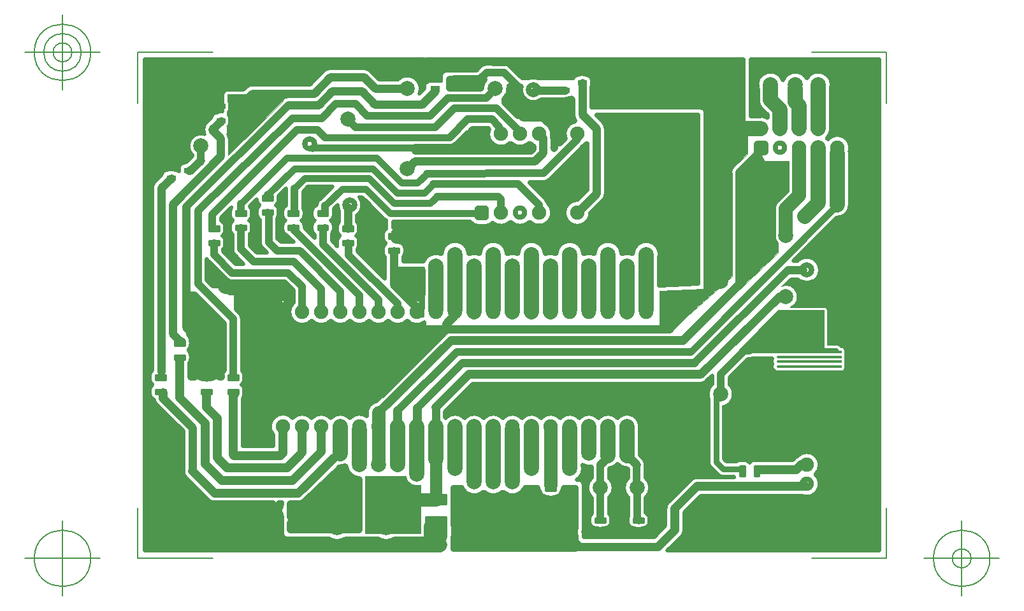
<source format=gbr>
G04 Generated by Ultiboard 14.0 *
%FSLAX34Y34*%
%MOMM*%

%ADD10C,0.0001*%
%ADD11C,0.8000*%
%ADD12C,0.7000*%
%ADD13C,0.0010*%
%ADD14C,0.9000*%
%ADD15C,1.0000*%
%ADD16C,0.5000*%
%ADD17C,0.4000*%
%ADD18C,0.1000*%
%ADD19C,0.4500*%
%ADD20C,2.0000*%
%ADD21C,2.0500*%
%ADD22C,1.2000*%
%ADD23C,1.8000*%
%ADD24C,0.3800*%
%ADD25C,1.1000*%
%ADD26C,1.9000*%
%ADD27C,0.3600*%
%ADD28C,0.3750*%
%ADD29C,0.7200*%
%ADD30C,2.7000*%
%ADD31C,1.6000*%
%ADD32C,0.1270*%
%ADD33C,2.0000X0.6000*%
%ADD34R,1.1768X0.4768*%
%ADD35C,0.4232*%
%ADD36R,0.4768X1.1768*%
%ADD37R,1.2000X0.8000*%
%ADD38C,1.9000X0.6000*%
%ADD39R,1.0534X1.0534X0.6000*%
%ADD40C,0.8466*%
%ADD41R,0.9051X0.9051X0.6000*%
%ADD42C,0.9949*%
%ADD43C,2.5000X0.8000*%
%ADD44R,1.1768X0.3768*%
%ADD45R,2.5768X1.0768*%
%ADD46R,1.4000X1.6000*%
%ADD47R,1.3000X2.3000*%
%ADD48R,1.9000X1.8000*%
%ADD49R,1.3500X0.4000*%


G04 ColorRGB 0000FF for the following layer *
%LNCopper Bottom*%
%LPD*%
G54D10*
G36*
X330200Y90790D02*
X330200Y90790D01*
X330200Y73660D01*
X-41729Y73660D01*
X-41729Y727529D01*
X330200Y727529D01*
X330200Y688251D01*
X323447Y681499D01*
G75*
D01*
G03X294657Y700398I-16105J6845*
G01*
X294657Y700398D01*
X269990Y700398D01*
X258271Y712117D01*
G74*
D01*
G03X249736Y715658I8535J8516*
G01*
X249736Y715658D01*
X204874Y715658D01*
G75*
D01*
G03X196341Y712126I-6J-12058*
G01*
X196341Y712126D01*
X185209Y700994D01*
X185209Y700994D01*
X178234Y694020D01*
X101642Y694020D01*
G75*
D01*
G03X98515Y693607I2J-12058*
G01*
G74*
D01*
G03X93116Y690488I3127J11645*
G01*
X93116Y690488D01*
X89884Y687256D01*
X68584Y687256D01*
G75*
D01*
G03X62046Y680897I-4J-6536*
G01*
X62046Y680897D01*
X61420Y657743D01*
G75*
D01*
G03X53748Y656351I-1799J-11923*
G01*
X53748Y656351D01*
X53620Y656351D01*
G75*
D01*
G03X47111Y650364I-1J-6531*
G01*
X47111Y650364D01*
X39971Y643224D01*
G75*
D01*
G03X36465Y633917I8527J-8526*
G01*
G75*
D01*
G03X37591Y627994I12032J-781*
G01*
G75*
D01*
G03X21464Y600362I-4575J-15852*
G01*
X21464Y600362D01*
X21464Y598827D01*
X13384Y590747D01*
G74*
D01*
G03X10708Y589651I3199J11626*
G01*
X10708Y589651D01*
X10580Y589651D01*
G75*
D01*
G03X4049Y583120I0J-6531*
G01*
X4049Y583120D01*
X4049Y578384D01*
G74*
D01*
G03X-420Y580151I4468J4765*
G01*
X-420Y580151D01*
X-548Y580151D01*
G75*
D01*
G03X-12292Y580151I-5872J-10530*
G01*
X-12292Y580151D01*
X-12420Y580151D01*
G75*
D01*
G03X-18929Y574164I-1J-6531*
G01*
X-18929Y574164D01*
X-28050Y565042D01*
G74*
D01*
G03X-31591Y556507I8516J8535*
G01*
X-31591Y556507D01*
X-31591Y313326D01*
G74*
D01*
G03X-34862Y306549I5386J6778*
G01*
X-34862Y306549D01*
X-34862Y301781D01*
G75*
D01*
G03X-31099Y294640I8658J0*
G01*
G74*
D01*
G03X-34862Y287499I4894J7141*
G01*
X-34862Y287499D01*
X-34862Y282731D01*
G75*
D01*
G03X-29258Y274630I8658J0*
G01*
G74*
D01*
G03X-22867Y265416I12431J1799*
G01*
X-22867Y265416D01*
X9821Y232727D01*
X9821Y183180D01*
G75*
D01*
G03X12998Y170782I12058J-3516*
G01*
X12998Y170782D01*
X42261Y141518D01*
G74*
D01*
G03X51141Y137839I8882J8882*
G01*
X51143Y137839D01*
X51143Y137839D01*
X129401Y137839D01*
X132715Y133475D01*
X136029Y137839D01*
X140900Y137839D01*
X140900Y134624D01*
G74*
D01*
G03X140723Y132884I8480J1742*
G01*
X140723Y132884D01*
X140723Y131072D01*
X137631Y127000D01*
X140723Y122928D01*
X140723Y121116D01*
G75*
D01*
G03X140900Y119376I8658J2*
G01*
X140900Y119376D01*
X140900Y96696D01*
G75*
D01*
G03X147540Y90056I6640J0*
G01*
X147540Y90056D01*
X203087Y90056D01*
G75*
D01*
G03X225326Y90056I11120J16624*
G01*
X225326Y90056D01*
X248156Y90056D01*
G75*
D01*
G03X248711Y90015I553J3715*
G01*
X248711Y90015D01*
X268342Y90015D01*
G75*
D01*
G03X290458Y90015I11058J16665*
G01*
X290458Y90015D01*
X327915Y90015D01*
G74*
D01*
G03X330200Y90790I0J3756*
G01*
D02*
G37*
%LPC*%
G36*
X121885Y134788D02*
G74*
D01*
G03X121673Y132884I8445J1904*
G01*
X121673Y132884D01*
X121673Y121116D01*
G75*
D01*
G03X121885Y119212I8658J0*
G01*
X121885Y119212D01*
X127799Y127000D01*
X121885Y134788D01*
D02*
G37*
G36*
X138357Y113095D02*
X138357Y113095D01*
X132715Y120525D01*
X127073Y113095D01*
G75*
D01*
G03X130331Y112458I3259J8020*
G01*
X130331Y112458D01*
X135099Y112458D01*
G74*
D01*
G03X138357Y113095I2J8658*
G01*
D02*
G37*
%LPD*%
G36*
X773484Y651580D02*
X773484Y651580D01*
X763380Y651580D01*
X763380Y727529D01*
X934892Y727529D01*
X934892Y73660D01*
X652973Y73660D01*
X665209Y85895D01*
X665209Y85895D01*
X671812Y92499D01*
G75*
D01*
G03X675500Y101390I-8872J8891*
G01*
X675500Y101390D01*
X675500Y124337D01*
X697623Y146460D01*
X832743Y146460D01*
G75*
D01*
G03X849501Y175260I5461J16098*
G01*
G75*
D01*
G03X825779Y199567I-11302J12699*
G01*
G74*
D01*
G03X821698Y196842I4800J11607*
G01*
X821698Y196842D01*
X819057Y194200D01*
X776316Y194200D01*
G74*
D01*
G03X773909Y194542I2409J8315*
G01*
X773909Y194542D01*
X769141Y194542D01*
G75*
D01*
G03X762000Y190779I0J-8658*
G01*
G74*
D01*
G03X754859Y194542I7141J4894*
G01*
X754859Y194542D01*
X750091Y194542D01*
G75*
D01*
G03X743999Y192035I1J-8658*
G01*
X743999Y192035D01*
X731637Y192035D01*
X727699Y195974D01*
X727699Y264857D01*
G75*
D01*
G03X735456Y295082I-3799J17083*
G01*
X735456Y295082D01*
X735456Y303959D01*
X760041Y328544D01*
X761740Y328544D01*
G74*
D01*
G03X766459Y329552I1J11556*
G01*
X766459Y329552D01*
X791915Y329552D01*
G74*
D01*
G03X792261Y328490I8085J2047*
G01*
G75*
D01*
G03X792228Y321828I7738J-3369*
G01*
G75*
D01*
G03X800000Y310184I7771J-3229*
G01*
X800000Y310184D01*
X869625Y310184D01*
G75*
D01*
G03X870740Y310089I1110J6436*
G01*
X870740Y310089D01*
X884240Y310089D01*
G75*
D01*
G03X890771Y316620I0J6531*
G01*
X890771Y316620D01*
X890771Y320620D01*
G74*
D01*
G03X890651Y321870I6531J4*
G01*
G75*
D01*
G03X890771Y323120I-6411J1246*
G01*
X890771Y323120D01*
X890771Y327120D01*
G74*
D01*
G03X890651Y328370I6531J4*
G01*
G75*
D01*
G03X890771Y329620I-6411J1246*
G01*
X890771Y329620D01*
X890771Y333620D01*
G74*
D01*
G03X890651Y334870I6531J4*
G01*
G75*
D01*
G03X890771Y336120I-6411J1246*
G01*
X890771Y336120D01*
X890771Y340120D01*
G74*
D01*
G03X884240Y346651I6531J0*
G01*
X884240Y346651D01*
X884159Y346651D01*
G74*
D01*
G03X877000Y349648I7159J7051*
G01*
X877000Y349648D01*
X867596Y349648D01*
X867596Y393700D01*
G74*
D01*
G03X861060Y400236I6536J0*
G01*
X861060Y400236D01*
X823670Y400236D01*
G75*
D01*
G03X811828Y428910I-13410J11244*
G01*
X811828Y428910D01*
X817974Y434982D01*
X825517Y434982D01*
G75*
D01*
G03X825517Y459098I12683J12058*
G01*
X825517Y459098D01*
X820091Y459098D01*
X877917Y516924D01*
G75*
D01*
G03X895420Y533479I923J16554*
G01*
X895420Y533479D01*
X895420Y601980D01*
G74*
D01*
G03X895167Y604864I16580J1*
G01*
G75*
D01*
G03X866140Y620901I-16327J4736*
G01*
G74*
D01*
G03X864741Y622300I12700J11301*
G01*
G75*
D01*
G03X870020Y638756I-11301J12700*
G01*
X870020Y638756D01*
X870020Y687820D01*
G75*
D01*
G03X838200Y702022I-16579J5601*
G01*
G75*
D01*
G03X806450Y699223I-15240J-8602*
G01*
G75*
D01*
G03X773360Y687820I-16520J-5774*
G01*
X773360Y687820D01*
X773360Y673121D01*
G75*
D01*
G03X778216Y661376I16580J-21*
G01*
X778216Y661376D01*
X786060Y653532D01*
X786060Y649533D01*
G75*
D01*
G03X773484Y651580I-8820J-14533*
G01*
D02*
G37*
G36*
X696360Y295731D02*
G74*
D01*
G03X707327Y302169I1J12561*
G01*
X707327Y302169D01*
X712344Y307111D01*
X712344Y295082D01*
G74*
D01*
G03X709785Y292284I11558J13140*
G01*
G74*
D01*
G03X708130Y289527I7763J6535*
G01*
G75*
D01*
G03X707401Y276106I15770J-7587*
G01*
X707401Y276106D01*
X707401Y191786D01*
G75*
D01*
G03X710374Y184594I10149J-15*
G01*
X710374Y184594D01*
X720257Y174710D01*
G74*
D01*
G03X724789Y172088I7176J7176*
G01*
G75*
D01*
G03X727434Y171738I2642J9799*
G01*
X727434Y171738D01*
X741766Y171738D01*
G74*
D01*
G03X741813Y171580I8321J2389*
G01*
X741813Y171580D01*
X692420Y171580D01*
G75*
D01*
G03X688179Y170843I-2J-12560*
G01*
G74*
D01*
G03X683538Y167902I4240J11823*
G01*
X683538Y167902D01*
X665209Y149572D01*
X654058Y138422D01*
G75*
D01*
G03X650380Y129523I8883J-8881*
G01*
X650380Y129523D01*
X650380Y106592D01*
X635850Y92063D01*
X541360Y92063D01*
X541360Y161918D01*
G74*
D01*
G03X535298Y167980I6062J0*
G01*
X535298Y167980D01*
X532418Y167980D01*
G75*
D01*
G03X539976Y187995I-9177J14900*
G01*
G75*
D01*
G03X551979Y186021I8664J15205*
G01*
G74*
D01*
G03X552324Y184515I11901J1934*
G01*
X552324Y184515D01*
X552324Y170622D01*
G75*
D01*
G03X552324Y144338I11556J-13142*
G01*
X552324Y144338D01*
X552324Y122725D01*
G74*
D01*
G03X549338Y116184I5671J6541*
G01*
X549338Y116184D01*
X549338Y112416D01*
G75*
D01*
G03X557996Y103758I8658J0*
G01*
X557996Y103758D01*
X559147Y103758D01*
G75*
D01*
G03X568613Y103758I4733J10541*
G01*
X568613Y103758D01*
X569764Y103758D01*
G75*
D01*
G03X578422Y112416I0J8658*
G01*
X578422Y112416D01*
X578422Y116184D01*
G74*
D01*
G03X575436Y122725I8658J0*
G01*
X575436Y122725D01*
X575436Y144338D01*
G75*
D01*
G03X575436Y170622I-11556J13142*
G01*
X575436Y170622D01*
X575436Y182463D01*
X576590Y183617D01*
G74*
D01*
G03X586740Y189342I2551J16383*
G01*
G75*
D01*
G03X599626Y183421I12700J10657*
G01*
X599626Y183421D01*
X600584Y182463D01*
X600584Y170238D01*
G75*
D01*
G03X601008Y144338I11979J-12757*
G01*
X601008Y144338D01*
X601008Y119965D01*
G74*
D01*
G03X600138Y116184I7787J3782*
G01*
X600138Y116184D01*
X600138Y112416D01*
G75*
D01*
G03X608796Y103758I8658J0*
G01*
X608796Y103758D01*
X608826Y103758D01*
G75*
D01*
G03X620534Y103758I5854J10542*
G01*
X620534Y103758D01*
X620564Y103758D01*
G75*
D01*
G03X629222Y112416I0J8658*
G01*
X629222Y112416D01*
X629222Y116184D01*
G74*
D01*
G03X624119Y124078I8658J0*
G01*
X624119Y124078D01*
X624119Y144338D01*
G75*
D01*
G03X623696Y170983I-11555J13142*
G01*
X623696Y170983D01*
X623696Y184516D01*
G75*
D01*
G03X620666Y196486I-11556J3443*
G01*
X620666Y196486D01*
X616020Y201133D01*
X616020Y235004D01*
G75*
D01*
G03X586740Y250061I-16580J3756*
G01*
G75*
D01*
G03X561340Y250061I-12700J-11301*
G01*
G75*
D01*
G03X535940Y250061I-12700J-11301*
G01*
G75*
D01*
G03X510540Y250061I-12700J-11301*
G01*
G75*
D01*
G03X485140Y250061I-12700J-11301*
G01*
G75*
D01*
G03X459740Y250061I-12700J-11301*
G01*
G75*
D01*
G03X434340Y250061I-12700J-11301*
G01*
G75*
D01*
G03X408940Y250061I-12700J-11301*
G01*
G75*
D01*
G03X383540Y250061I-12700J-11301*
G01*
G75*
D01*
G03X358140Y250061I-12700J-11301*
G01*
G74*
D01*
G03X357498Y250743I12695J11307*
G01*
X357498Y250743D01*
X357498Y258678D01*
X394551Y295731D01*
X696360Y295731D01*
D02*
G37*
G36*
X180340Y250061D02*
G75*
D01*
G02X205740Y250061I12700J-11301*
G01*
G75*
D01*
G02X231140Y250061I12700J-11301*
G01*
G75*
D01*
G02X253665Y252633I12700J-11301*
G01*
X253665Y252633D01*
X253665Y257321D01*
G74*
D01*
G02X266870Y272715I15575J0*
G01*
X266870Y272715D01*
X293645Y299489D01*
X293645Y299489D01*
X330200Y336044D01*
X330200Y377530D01*
G75*
D01*
G02X307340Y379859I-10160J13630*
G01*
G75*
D01*
G02X281940Y379859I-12700J11301*
G01*
G75*
D01*
G02X256540Y379859I-12700J11301*
G01*
G75*
D01*
G02X231140Y379859I-12700J11301*
G01*
G75*
D01*
G02X205740Y379859I-12700J11301*
G01*
G75*
D01*
G02X180340Y379859I-12700J11301*
G01*
G75*
D01*
G02X156084Y403629I-12696J11305*
G01*
X156084Y403629D01*
X156084Y420150D01*
X144319Y431915D01*
X74689Y431915D01*
G75*
D01*
G02X72249Y432176I2J11556*
G01*
G74*
D01*
G02X66518Y435300I2440J11294*
G01*
X66518Y435300D01*
X42629Y459189D01*
G74*
D01*
G02X40642Y461851I8170J8171*
G01*
X40642Y461851D01*
X40642Y433644D01*
X49236Y425050D01*
X73229Y425050D01*
G74*
D01*
G02X79580Y418699I0J6351*
G01*
X79580Y418699D01*
X79580Y394706D01*
X84362Y389924D01*
G74*
D01*
G02X87756Y381744I8161J8180*
G01*
X87756Y381744D01*
X87756Y313090D01*
G74*
D01*
G02X90742Y306549I5671J6541*
G01*
X90742Y306549D01*
X90742Y301781D01*
G75*
D01*
G02X86979Y294640I-8658J0*
G01*
G74*
D01*
G02X90742Y287499I4894J7141*
G01*
X90742Y287499D01*
X90742Y282731D01*
G75*
D01*
G02X90528Y280820I-8658J2*
G01*
G74*
D01*
G02X88520Y274859I12528J901*
G01*
X88520Y274859D01*
X88520Y212960D01*
X129384Y212960D01*
X129384Y227637D01*
G75*
D01*
G02X154940Y250061I12778J11212*
G01*
G75*
D01*
G02X180340Y250061I12700J-11301*
G01*
D02*
G37*
%LPC*%
G36*
X126738Y398137D02*
X126738Y398137D01*
X133715Y391160D01*
X126738Y384183D01*
G75*
D01*
G02X126738Y398137I15501J6977*
G01*
D02*
G37*
G36*
X139240Y391160D02*
G75*
D01*
G02X139240Y391160I3000J0*
G01*
D02*
G37*
G36*
X135263Y406662D02*
G75*
D01*
G02X149217Y406662I6977J-15501*
G01*
X149217Y406662D01*
X142240Y399685D01*
X135263Y406662D01*
D02*
G37*
G36*
X149217Y375658D02*
G75*
D01*
G02X135263Y375658I-6977J15501*
G01*
X135263Y375658D01*
X142240Y382635D01*
X149217Y375658D01*
D02*
G37*
%LPD*%
G36*
X532920Y541114D02*
X532920Y541114D01*
X545737Y553931D01*
X545737Y615013D01*
G74*
D01*
G02X542514Y612598I12337J13106*
G01*
G74*
D01*
G02X541692Y611694I9693J7988*
G01*
X541692Y611694D01*
X540320Y610322D01*
X540320Y586636D01*
G75*
D01*
G02X533392Y579708I-6928J0*
G01*
X533392Y579708D01*
X509706Y579708D01*
X496887Y566889D01*
G74*
D01*
G02X488039Y563203I8889J8874*
G01*
X488039Y563203D01*
X470616Y563147D01*
X491472Y542291D01*
G74*
D01*
G02X494810Y536345I8872J8891*
G01*
G75*
D01*
G02X469900Y510364I-12246J-13191*
G01*
X469900Y510364D01*
X469900Y486325D01*
G75*
D01*
G02X490898Y469243I2540J-18325*
G01*
G75*
D01*
G02X504770Y469054I6702J-17242*
G01*
G75*
D01*
G02X541704Y469151I18470J-1055*
G01*
G75*
D01*
G02X555576Y469151I6936J-17151*
G01*
G75*
D01*
G02X592504Y469151I18464J-1137*
G01*
G75*
D01*
G02X606376Y469151I6936J-17151*
G01*
G75*
D01*
G02X642676Y463088I18463J-1160*
G01*
X642676Y463088D01*
X642676Y427149D01*
X693001Y429337D01*
X693001Y629920D01*
G74*
D01*
G02X693460Y632596I8039J2*
G01*
X693460Y632596D01*
X693460Y652780D01*
X559494Y652780D01*
X568027Y644246D01*
G74*
D01*
G02X571863Y635000I9226J9246*
G01*
X571863Y635000D01*
X571863Y548520D01*
G75*
D01*
G02X568027Y539274I-13063J1*
G01*
X568027Y539274D01*
X551394Y522640D01*
G75*
D01*
G02X532920Y541114I-17994J480*
G01*
D02*
G37*
G36*
X703460Y657007D02*
X703460Y657007D01*
X703460Y624773D01*
X754380Y624773D01*
X754380Y727529D01*
X332740Y727529D01*
X332740Y696232D01*
G75*
D01*
G02X338100Y699031I5360J-3732*
G01*
X338100Y699031D01*
X350100Y699031D01*
G74*
D01*
G02X352220Y698678I2J6531*
G01*
X352220Y698678D01*
X352220Y705689D01*
G75*
D01*
G02X358571Y712040I6351J0*
G01*
X358571Y712040D01*
X366600Y712040D01*
G74*
D01*
G02X367379Y712261I3541J10999*
G01*
G75*
D01*
G02X370140Y712596I2762J-11220*
G01*
X370140Y712596D01*
X399073Y712596D01*
X404579Y718101D01*
G75*
D01*
G02X412753Y721486I8171J-8170*
G01*
X412753Y721486D01*
X435610Y721486D01*
G74*
D01*
G02X443790Y718092I1J11556*
G01*
X443790Y718092D01*
X457855Y704027D01*
G74*
D01*
G02X460712Y701880I5735J10607*
G01*
X460712Y701880D01*
X467850Y701880D01*
G75*
D01*
G02X482110Y701880I7130J-14880*
G01*
X482110Y701880D01*
X527577Y701880D01*
G75*
D01*
G02X533820Y706491I6242J-1920*
G01*
X533820Y706491D01*
X533948Y706491D01*
G75*
D01*
G02X545692Y706491I5872J-10530*
G01*
X545692Y706491D01*
X545820Y706491D01*
G74*
D01*
G02X552351Y699960I0J6531*
G01*
X552351Y699960D01*
X552351Y691960D01*
G75*
D01*
G02X551878Y689519I-6531J-1*
G01*
X551878Y689519D01*
X551878Y662780D01*
X697686Y662780D01*
G74*
D01*
G02X703460Y657007I1J5773*
G01*
D02*
G37*
G36*
X740928Y583001D02*
G74*
D01*
G02X741839Y584041I8374J6417*
G01*
X741839Y584041D01*
X759460Y601661D01*
X759460Y629920D01*
X701040Y629920D01*
X701040Y421640D01*
X642620Y419100D01*
X642620Y373380D01*
X665480Y373380D01*
X738749Y439070D01*
X738749Y576567D01*
G75*
D01*
G02X739140Y579425I10551J12*
G01*
X739140Y579425D01*
X739140Y581660D01*
X740928Y583001D01*
D02*
G37*
G36*
X846191Y434340D02*
G75*
D01*
G02X830209Y434340I-7991J12699*
G01*
X830209Y434340D01*
X813758Y434340D01*
X804744Y425434D01*
G75*
D01*
G02X816266Y397729I5578J-13928*
G01*
X816266Y397729D01*
X861060Y397729D01*
G74*
D01*
G02X865089Y393700I0J4029*
G01*
X865089Y393700D01*
X865089Y347141D01*
X877000Y347141D01*
G74*
D01*
G02X883018Y344144I0J7541*
G01*
X883018Y344144D01*
X884240Y344144D01*
G74*
D01*
G02X888264Y340120I0J4024*
G01*
X888264Y340120D01*
X888264Y336120D01*
G75*
D01*
G02X888065Y334870I-4024J0*
G01*
G74*
D01*
G02X888264Y333620I3825J1250*
G01*
X888264Y333620D01*
X888264Y329620D01*
G75*
D01*
G02X888065Y328370I-4024J0*
G01*
G74*
D01*
G02X888264Y327120I3825J1250*
G01*
X888264Y327120D01*
X888264Y323120D01*
G75*
D01*
G02X888065Y321870I-4024J0*
G01*
G74*
D01*
G02X888264Y320620I3825J1250*
G01*
X888264Y320620D01*
X888264Y316620D01*
G75*
D01*
G02X884240Y312596I-4024J0*
G01*
X884240Y312596D01*
X870740Y312596D01*
G75*
D01*
G02X869867Y312692I1J4024*
G01*
X869867Y312692D01*
X800000Y312692D01*
G75*
D01*
G02X795020Y315420I-1J5908*
G01*
X795020Y315420D01*
X795020Y210384D01*
G75*
D01*
G03X802204Y203200I7184J0*
G01*
X802204Y203200D01*
X914859Y203200D01*
G75*
D01*
G03X922043Y210384I0J7184*
G01*
X922043Y210384D01*
X922043Y427156D01*
G74*
D01*
G03X914859Y434340I7184J0*
G01*
X914859Y434340D01*
X846191Y434340D01*
D02*
G37*
G36*
X516097Y518160D02*
G74*
D01*
G03X518200Y513479I17302J4960*
G01*
X518200Y513479D01*
X518200Y485800D01*
G74*
D01*
G03X504770Y469054I5039J17799*
G01*
G75*
D01*
G03X490898Y469243I-7170J-17053*
G01*
G75*
D01*
G03X453976Y469151I-18458J-1230*
G01*
G75*
D01*
G03X440104Y469151I-6936J-17151*
G01*
G75*
D01*
G03X403176Y469151I-18464J-1137*
G01*
G75*
D01*
G03X389304Y469151I-6936J-17151*
G01*
G75*
D01*
G03X352376Y469151I-18464J-1137*
G01*
G75*
D01*
G03X328367Y459126I-6936J-17150*
G01*
X328367Y459126D01*
X302623Y459126D01*
X302623Y464223D01*
G75*
D01*
G03X305107Y470691I-7178J6468*
G01*
X305107Y470691D01*
X305107Y475459D01*
G74*
D01*
G03X295444Y485122I9663J0*
G01*
X295444Y485122D01*
X294612Y485122D01*
G74*
D01*
G03X290343Y486114I5049J12048*
G01*
X290343Y486114D01*
X289560Y486721D01*
X289560Y486721D01*
X289560Y497529D01*
X289560Y497529D01*
X297767Y503888D01*
G74*
D01*
G03X295444Y504172I2325J9378*
G01*
X295444Y504172D01*
X289560Y504172D01*
X289560Y510882D01*
X390404Y510882D01*
G75*
D01*
G03X401133Y505058I10729J6970*
G01*
X401133Y505058D01*
X411667Y505058D01*
G74*
D01*
G03X420789Y508881I0J12795*
G01*
G75*
D01*
G03X444500Y510364I11011J14238*
G01*
G75*
D01*
G03X469900Y510364I12700J12756*
G01*
G75*
D01*
G03X499903Y518160I12700J12756*
G01*
X499903Y518160D01*
X516097Y518160D01*
D02*
G37*
%LPC*%
G36*
X304374Y498200D02*
X304374Y498200D01*
X296534Y492125D01*
X304374Y486050D01*
G75*
D01*
G03X305107Y489741I-8929J3692*
G01*
X305107Y489741D01*
X305107Y494509D01*
G74*
D01*
G03X304374Y498200I9663J1*
G01*
D02*
G37*
%LPD*%
G36*
X480099Y157480D02*
G74*
D01*
G03X482051Y152177I17740J3519*
G01*
G74*
D01*
G03X490726Y144371I9904J2283*
G01*
G75*
D01*
G03X504954Y144371I7114J16628*
G01*
G74*
D01*
G03X513629Y152177I1229J10089*
G01*
G74*
D01*
G03X515581Y157480I15788J8822*
G01*
X515581Y157480D01*
X530860Y157480D01*
X530860Y103827D01*
G75*
D01*
G03X530860Y94293I12700J-4767*
G01*
X530860Y94293D01*
X530860Y76032D01*
X368280Y76032D01*
X368280Y89059D01*
G75*
D01*
G03X368607Y92485I-17760J3424*
G01*
X368607Y92485D01*
X368607Y107104D01*
G74*
D01*
G03X368489Y109168I18087J1*
G01*
X368489Y109168D01*
X368489Y117568D01*
G74*
D01*
G03X368280Y119618I10165J1*
G01*
X368280Y119618D01*
X368280Y134382D01*
G75*
D01*
G03X368489Y136432I-9955J2051*
G01*
X368489Y136432D01*
X368489Y147201D01*
G74*
D01*
G03X368280Y149251I10165J1*
G01*
X368280Y149251D01*
X368280Y157480D01*
X378835Y157480D01*
G75*
D01*
G03X408940Y150968I17405J7618*
G01*
G75*
D01*
G03X434340Y150968I12700J14132*
G01*
G75*
D01*
G03X464445Y157480I12700J14132*
G01*
X464445Y157480D01*
X480099Y157480D01*
D02*
G37*
%LPC*%
G36*
X513109Y131505D02*
G75*
D01*
G03X513889Y135411I-9385J3905*
G01*
X513889Y135411D01*
X513889Y140179D01*
G74*
D01*
G03X513109Y144085I10165J1*
G01*
X513109Y144085D01*
X505064Y137795D01*
X513109Y131505D01*
D02*
G37*
G36*
X489425Y125566D02*
G75*
D01*
G03X491956Y125246I2530J9845*
G01*
X491956Y125246D01*
X503724Y125246D01*
G74*
D01*
G03X506255Y125566I1J10165*
G01*
X506255Y125566D01*
X497840Y132146D01*
X489425Y125566D01*
D02*
G37*
G36*
X482571Y131505D02*
X482571Y131505D01*
X490616Y137795D01*
X482571Y144085D01*
G74*
D01*
G03X481791Y140179I9385J3905*
G01*
X481791Y140179D01*
X481791Y135411D01*
G75*
D01*
G03X482571Y131505I10165J-1*
G01*
D02*
G37*
%LPD*%
G36*
X800100Y483121D02*
X800100Y483121D01*
X800100Y469900D01*
X744220Y416560D01*
X744220Y576580D01*
X774700Y604520D01*
X782320Y591820D01*
X814470Y591820D01*
X814470Y551721D01*
X800664Y537916D01*
G75*
D01*
G03X796690Y528310I9596J-9595*
G01*
X796690Y528310D01*
X796690Y496222D01*
G75*
D01*
G03X800100Y483121I13569J-3462*
G01*
D02*
G37*
G36*
X365222Y363345D02*
X365222Y363345D01*
X368174Y363345D01*
X378460Y373380D01*
X289560Y370840D01*
X275200Y277498D01*
X358102Y360400D01*
G75*
D01*
G02X365222Y363345I7109J-7107*
G01*
D02*
G37*
G36*
X68339Y671787D02*
X68339Y671787D01*
X68580Y680720D01*
X162560Y680720D01*
X158239Y676513D01*
X149768Y676513D01*
G74*
D01*
G03X141218Y671220I1J9551*
G01*
X141218Y671220D01*
X68980Y599344D01*
X68980Y622204D01*
G74*
D01*
G03X67150Y627826I9550J0*
G01*
X67150Y627826D01*
X67432Y638226D01*
G75*
D01*
G03X69644Y641820I-1812J3593*
G01*
X69644Y641820D01*
X69644Y649820D01*
G74*
D01*
G03X67836Y653180I4024J1*
G01*
X67836Y653180D01*
X67954Y657541D01*
G75*
D01*
G03X69644Y660820I-2334J3278*
G01*
X69644Y660820D01*
X69644Y668820D01*
G74*
D01*
G03X68339Y671787I4024J1*
G01*
D02*
G37*
G36*
X224135Y184539D02*
G75*
D01*
G02X217903Y183527I-6134J18080*
G01*
X217903Y183527D01*
X172828Y139614D01*
G74*
D01*
G02X164991Y135569I10529J10785*
G01*
G74*
D01*
G02X165319Y132884I10841J2687*
G01*
X165319Y132884D01*
X165319Y121116D01*
G75*
D01*
G02X164923Y118169I-11170J1*
G01*
X164923Y118169D01*
X157904Y127000D01*
X164672Y135515D01*
G75*
D01*
G02X162292Y135327I-2373J14884*
G01*
X162292Y135327D01*
X152400Y135327D01*
X152400Y118476D01*
X158484Y110822D01*
G74*
D01*
G02X154149Y109946I4336J10293*
G01*
X154149Y109946D01*
X152400Y109946D01*
X152400Y101556D01*
X242455Y101556D01*
X242455Y168008D01*
G74*
D01*
G02X224135Y184539I1385J19952*
G01*
D02*
G37*
G36*
X525752Y674438D02*
G74*
D01*
G02X523211Y673928I2932J8022*
G01*
G74*
D01*
G02X516820Y672392I6392J12531*
G01*
X516820Y672392D01*
X486332Y672392D01*
G75*
D01*
G02X456891Y690880I-11353J14607*
G01*
X456891Y690880D01*
X443514Y690880D01*
G75*
D01*
G02X436880Y673543I-19334J-2540*
G01*
X436880Y673543D01*
X436880Y670168D01*
X453898Y653151D01*
X483014Y653151D01*
G74*
D01*
G02X490520Y645645I0J7506*
G01*
X490520Y645645D01*
X490520Y645391D01*
G75*
D01*
G02X501464Y625851I-7920J-17271*
G01*
G74*
D01*
G02X501748Y623040I13783J2812*
G01*
X501748Y623040D01*
X501748Y612339D01*
X508000Y618592D01*
X509821Y616770D01*
X515323Y622272D01*
G75*
D01*
G02X528008Y646339I18076J5849*
G01*
G75*
D01*
G02X525752Y653992I11811J7641*
G01*
X525752Y653992D01*
X525752Y674438D01*
D02*
G37*
%LPC*%
G36*
X500202Y645446D02*
G75*
D01*
G02X515798Y645446I7798J-17325*
G01*
X515798Y645446D01*
X508000Y637648D01*
X500202Y645446D01*
D02*
G37*
G36*
X505000Y628120D02*
G75*
D01*
G02X505000Y628120I3000J0*
G01*
D02*
G37*
%LPD*%
G36*
X748000Y340360D02*
X748000Y340360D01*
X800100Y393700D01*
X861060Y393700D01*
X861060Y340360D01*
X748000Y340360D01*
D02*
G37*
G36*
X325165Y161157D02*
G75*
D01*
G02X305252Y172720I-5125J14103*
G01*
X305252Y172720D01*
X251460Y172720D01*
X251460Y96520D01*
X325165Y96520D01*
X325165Y161157D01*
D02*
G37*
G36*
X17780Y362324D02*
X17780Y362324D01*
X17780Y414050D01*
X24710Y414050D01*
X62635Y376125D01*
X62635Y313951D01*
G74*
D01*
G03X59649Y306549I7681J7402*
G01*
X59649Y306549D01*
X59649Y304769D01*
X57191Y304769D01*
X57191Y306549D01*
G74*
D01*
G03X56363Y310670I10667J0*
G01*
X56363Y310670D01*
X48880Y304769D01*
X32400Y304769D01*
X24917Y310670D01*
G74*
D01*
G03X24089Y306549I9839J4121*
G01*
X24089Y306549D01*
X24089Y304769D01*
X19650Y304769D01*
X19650Y322259D01*
G75*
D01*
G03X21631Y328451I-8686J6192*
G01*
X21631Y328451D01*
X21631Y333219D01*
G74*
D01*
G03X18889Y340360I10667J1*
G01*
G75*
D01*
G03X21631Y347501I-7925J7140*
G01*
X21631Y347501D01*
X21631Y351336D01*
G75*
D01*
G03X17780Y362324I-14011J1258*
G01*
D02*
G37*
%LPC*%
G36*
X49263Y316859D02*
G74*
D01*
G03X46524Y317216I2737J10310*
G01*
X46524Y317216D01*
X34756Y317216D01*
G75*
D01*
G03X32017Y316859I-2J-10667*
G01*
X32017Y316859D01*
X40640Y310059D01*
X49263Y316859D01*
D02*
G37*
%LPD*%
G36*
X389074Y620322D02*
X389074Y620322D01*
X396872Y628120D01*
X392027Y632965D01*
X393357Y634295D01*
X413831Y634295D01*
G75*
D01*
G03X444500Y613988I17968J-6176*
G01*
G75*
D01*
G03X469900Y613988I12700J14132*
G01*
G74*
D01*
G03X473612Y611380I12701J14131*
G01*
X473612Y611380D01*
X473612Y608489D01*
X471011Y605888D01*
X317500Y605888D01*
X317500Y610720D01*
X360003Y610720D01*
G75*
D01*
G03X373253Y614190I3659J13061*
G01*
X373253Y614190D01*
X387401Y628339D01*
G75*
D01*
G03X389074Y620322I18999J-218*
G01*
D02*
G37*
%LPC*%
G36*
X414198Y610794D02*
X414198Y610794D01*
X406400Y618592D01*
X398602Y610794D01*
G75*
D01*
G03X414198Y610794I7798J17325*
G01*
D02*
G37*
G36*
X403400Y628120D02*
G75*
D01*
G03X403400Y628120I3000J0*
G01*
D02*
G37*
%LPD*%
G36*
X243669Y544137D02*
G75*
D01*
G02X240658Y519922I-12529J-10737*
G01*
X240658Y519922D01*
X240658Y510738D01*
G74*
D01*
G02X243142Y504669I6173J6069*
G01*
X243142Y504669D01*
X243142Y499901D01*
G75*
D01*
G02X239379Y492760I-8658J0*
G01*
G74*
D01*
G02X243142Y485619I4894J7141*
G01*
X243142Y485619D01*
X243142Y480851D01*
G75*
D01*
G02X241222Y475415I-8658J1*
G01*
X241222Y475415D01*
X241222Y471771D01*
X277502Y435491D01*
X277502Y464622D01*
G75*
D01*
G02X275018Y470691I6173J6069*
G01*
X275018Y470691D01*
X275018Y475459D01*
G74*
D01*
G02X278781Y482600I8658J0*
G01*
G75*
D01*
G02X275018Y489741I4894J7141*
G01*
X275018Y489741D01*
X275018Y494509D01*
G74*
D01*
G02X279560Y502126I8658J0*
G01*
X279560Y502126D01*
X279560Y512834D01*
G74*
D01*
G02X276220Y515124I4474J10106*
G01*
X276220Y515124D01*
X251855Y539489D01*
X247208Y544137D01*
X243669Y544137D01*
D02*
G37*
G36*
X192687Y542639D02*
X192687Y542639D01*
X207955Y557907D01*
X175203Y557907D01*
X169036Y551739D01*
X169036Y529869D01*
G74*
D01*
G02X170542Y524989I7152J4880*
G01*
X170542Y524989D01*
X170542Y520221D01*
G75*
D01*
G02X166779Y513080I-8658J0*
G01*
G74*
D01*
G02X170542Y505939I4894J7141*
G01*
X170542Y505939D01*
X170542Y502854D01*
X184024Y489371D01*
X184024Y494169D01*
G75*
D01*
G02X180458Y501171I5091J7002*
G01*
X180458Y501171D01*
X180458Y505939D01*
G74*
D01*
G02X184221Y513080I8658J0*
G01*
G75*
D01*
G02X180458Y520221I4894J7141*
G01*
X180458Y520221D01*
X180458Y524989D01*
G74*
D01*
G02X186594Y533271I8658J1*
G01*
G74*
D01*
G02X192687Y542639I11525J831*
G01*
D02*
G37*
G36*
X328613Y449580D02*
G74*
D01*
G03X329111Y447270I16827J2419*
G01*
X329111Y447270D01*
X329111Y422365D01*
X327660Y386080D01*
X322995Y391678D01*
G74*
D01*
G03X321082Y393973I2955J518*
G01*
X321082Y393973D01*
X289560Y431800D01*
X289560Y449580D01*
X328613Y449580D01*
D02*
G37*
%LPC*%
G36*
X313268Y406206D02*
X313268Y406206D01*
X320040Y399435D01*
X326812Y406206D01*
G75*
D01*
G03X313268Y406206I-6772J-15045*
G01*
D02*
G37*
%LPD*%
G36*
X59816Y512741D02*
G74*
D01*
G02X65342Y504669I3132J8072*
G01*
X65342Y504669D01*
X65342Y499901D01*
G75*
D01*
G02X61579Y492760I-8658J0*
G01*
G74*
D01*
G02X65342Y485619I4894J7141*
G01*
X65342Y485619D01*
X65342Y480851D01*
G75*
D01*
G02X62356Y474310I-8658J0*
G01*
X62356Y474310D01*
X62356Y472147D01*
X79475Y455027D01*
X89971Y455027D01*
X78189Y466809D01*
G75*
D01*
G02X74804Y474999I8170J8171*
G01*
X74804Y474999D01*
X74804Y494630D01*
G75*
D01*
G02X71818Y501171I5671J6541*
G01*
X71818Y501171D01*
X71818Y505939D01*
G74*
D01*
G02X75581Y513080I8658J0*
G01*
G75*
D01*
G02X71818Y520221I4894J7141*
G01*
X71818Y520221D01*
X71818Y524989D01*
G74*
D01*
G02X73702Y530380I8658J1*
G01*
X73702Y530380D01*
X59816Y516494D01*
X59816Y512741D01*
D02*
G37*
G36*
X111141Y533400D02*
G75*
D01*
G02X107378Y540541I4894J7141*
G01*
X107378Y540541D01*
X107378Y541014D01*
X105853Y539489D01*
X105853Y539489D01*
X97916Y531552D01*
X97916Y531530D01*
G74*
D01*
G02X100902Y524989I5671J6541*
G01*
X100902Y524989D01*
X100902Y520221D01*
G75*
D01*
G02X97139Y513080I-8658J0*
G01*
G74*
D01*
G02X100902Y505939I4894J7141*
G01*
X100902Y505939D01*
X100902Y501171D01*
G75*
D01*
G02X97916Y494630I-8658J0*
G01*
X97916Y494630D01*
X97916Y479767D01*
X107657Y470026D01*
X120788Y470026D01*
X114887Y475927D01*
G75*
D01*
G02X111502Y484109I8170J8171*
G01*
X111502Y484109D01*
X111502Y514115D01*
G75*
D01*
G02X107378Y521491I4534J7376*
G01*
X107378Y521491D01*
X107378Y526259D01*
G74*
D01*
G02X111141Y533400I8658J0*
G01*
D02*
G37*
G36*
X145924Y532564D02*
X145924Y532564D01*
X145924Y555389D01*
X136441Y545905D01*
G74*
D01*
G02X136462Y545309I8636J603*
G01*
X136462Y545309D01*
X136462Y540541D01*
G75*
D01*
G02X132699Y533400I-8658J0*
G01*
G74*
D01*
G02X136462Y526259I4894J7141*
G01*
X136462Y526259D01*
X136462Y521491D01*
G75*
D01*
G02X134614Y516144I-8658J-1*
G01*
X134614Y516144D01*
X134614Y488885D01*
X139126Y484373D01*
X156338Y484373D01*
X148155Y492556D01*
G74*
D01*
G02X147922Y492796I8173J8168*
G01*
G75*
D01*
G02X141458Y501171I2193J8375*
G01*
X141458Y501171D01*
X141458Y505939D01*
G74*
D01*
G02X145221Y513080I8658J0*
G01*
G75*
D01*
G02X141458Y520221I4894J7141*
G01*
X141458Y520221D01*
X141458Y524989D01*
G74*
D01*
G02X145924Y532564I8658J0*
G01*
D02*
G37*
G36*
X531209Y606177D02*
X531209Y606177D01*
X506456Y581424D01*
X541020Y579120D01*
X541020Y614680D01*
X531209Y606177D01*
D02*
G37*
G36*
X214640Y533329D02*
G74*
D01*
G03X216542Y525709I16500J71*
G01*
X216542Y525709D01*
X216542Y510738D01*
G74*
D01*
G03X214058Y504669I6173J6069*
G01*
X214058Y504669D01*
X214058Y499901D01*
G75*
D01*
G03X217821Y492760I8658J0*
G01*
G74*
D01*
G03X214058Y485619I4894J7141*
G01*
X214058Y485619D01*
X214058Y480851D01*
G75*
D01*
G03X214277Y478917I8658J1*
G01*
X214277Y478917D01*
X207136Y486059D01*
X207136Y495182D01*
G75*
D01*
G03X209542Y501171I-6251J5989*
G01*
X209542Y501171D01*
X209542Y501801D01*
G75*
D01*
G03X209542Y505309I-11421J1754*
G01*
X209542Y505309D01*
X209542Y505939D01*
G74*
D01*
G03X205779Y513080I8658J0*
G01*
G75*
D01*
G03X209542Y520221I-4894J7141*
G01*
X209542Y520221D01*
X209542Y520851D01*
G75*
D01*
G03X209676Y522605I-11421J1755*
G01*
X209676Y522605D01*
X209676Y528364D01*
X214640Y533329D01*
D02*
G37*
G36*
X404727Y689696D02*
G74*
D01*
G02X408940Y700505I19453J1357*
G01*
X408940Y700505D01*
X408940Y701040D01*
X363220Y701040D01*
X363220Y689696D01*
X404727Y689696D01*
D02*
G37*
G36*
X501748Y610178D02*
X501748Y610178D01*
X501748Y608697D01*
X502875Y609824D01*
G74*
D01*
G02X501748Y610178I5128J18295*
G01*
D02*
G37*
G54D11*
X513109Y131505D02*
G75*
D01*
G03X513889Y135411I-9385J3905*
G01*
X513889Y140179D01*
G74*
D01*
G03X513109Y144085I10165J1*
G01*
X505064Y137795D01*
X513109Y131505D01*
X489425Y125566D02*
G75*
D01*
G03X491956Y125246I2530J9845*
G01*
X503724Y125246D01*
G74*
D01*
G03X506255Y125566I1J10165*
G01*
X497840Y132146D01*
X489425Y125566D01*
X482571Y131505D02*
X490616Y137795D01*
X482571Y144085D01*
G74*
D01*
G03X481791Y140179I9385J3905*
G01*
X481791Y135411D01*
G75*
D01*
G03X482571Y131505I10165J-1*
G01*
X480099Y157480D02*
G74*
D01*
G03X482051Y152177I17740J3519*
G01*
G74*
D01*
G03X490726Y144371I9904J2283*
G01*
G75*
D01*
G03X504954Y144371I7114J16628*
G01*
G74*
D01*
G03X513629Y152177I1229J10089*
G01*
G74*
D01*
G03X515581Y157480I15788J8822*
G01*
X530860Y157480D01*
X530860Y103827D01*
G75*
D01*
G03X530860Y94293I12700J-4767*
G01*
X530860Y76032D01*
X368280Y76032D01*
X368280Y89059D01*
G75*
D01*
G03X368607Y92485I-17760J3424*
G01*
X368607Y107104D01*
G74*
D01*
G03X368489Y109168I18087J1*
G01*
X368489Y117568D01*
G74*
D01*
G03X368280Y119618I10165J1*
G01*
X368280Y134382D01*
G75*
D01*
G03X368489Y136432I-9955J2051*
G01*
X368489Y147201D01*
G74*
D01*
G03X368280Y149251I10165J1*
G01*
X368280Y157480D01*
X378835Y157480D01*
G75*
D01*
G03X408940Y150968I17405J7618*
G01*
G75*
D01*
G03X434340Y150968I12700J14132*
G01*
G75*
D01*
G03X464445Y157480I12700J14132*
G01*
X480099Y157480D01*
G54D12*
X532920Y541114D02*
X545737Y553931D01*
X545737Y615013D01*
G74*
D01*
G02X542514Y612598I12337J13106*
G01*
G74*
D01*
G02X541692Y611694I9693J7988*
G01*
X540320Y610322D01*
X540320Y586636D01*
G75*
D01*
G02X533392Y579708I-6928J0*
G01*
X509706Y579708D01*
X496887Y566889D01*
G74*
D01*
G02X488039Y563203I8889J8874*
G01*
X470616Y563147D01*
X491472Y542291D01*
G74*
D01*
G02X494810Y536345I8872J8891*
G01*
G75*
D01*
G02X469900Y510364I-12246J-13191*
G01*
X469900Y486325D01*
G75*
D01*
G02X490898Y469243I2540J-18325*
G01*
G75*
D01*
G02X504770Y469054I6702J-17242*
G01*
G75*
D01*
G02X541704Y469151I18470J-1055*
G01*
G75*
D01*
G02X555576Y469151I6936J-17151*
G01*
G75*
D01*
G02X592504Y469151I18464J-1137*
G01*
G75*
D01*
G02X606376Y469151I6936J-17151*
G01*
G75*
D01*
G02X642676Y463088I18463J-1160*
G01*
X642676Y427149D01*
X693001Y429337D01*
X693001Y629920D01*
G74*
D01*
G02X693460Y632596I8039J2*
G01*
X693460Y652780D01*
X559494Y652780D01*
X568027Y644246D01*
G74*
D01*
G02X571863Y635000I9226J9246*
G01*
X571863Y548520D01*
G75*
D01*
G02X568027Y539274I-13063J1*
G01*
X551394Y522640D01*
G75*
D01*
G02X532920Y541114I-17994J480*
G01*
X304374Y498200D02*
X296534Y492125D01*
X304374Y486050D01*
G75*
D01*
G03X305107Y489741I-8929J3692*
G01*
X305107Y494509D01*
G74*
D01*
G03X304374Y498200I9663J1*
G01*
X516097Y518160D02*
G74*
D01*
G03X518200Y513479I17302J4960*
G01*
X518200Y485800D01*
G74*
D01*
G03X504770Y469054I5039J17799*
G01*
G75*
D01*
G03X490898Y469243I-7170J-17053*
G01*
G75*
D01*
G03X453976Y469151I-18458J-1230*
G01*
G75*
D01*
G03X440104Y469151I-6936J-17151*
G01*
G75*
D01*
G03X403176Y469151I-18464J-1137*
G01*
G75*
D01*
G03X389304Y469151I-6936J-17151*
G01*
G75*
D01*
G03X352376Y469151I-18464J-1137*
G01*
G75*
D01*
G03X328367Y459126I-6936J-17150*
G01*
X302623Y459126D01*
X302623Y464223D01*
G75*
D01*
G03X305107Y470691I-7178J6468*
G01*
X305107Y475459D01*
G74*
D01*
G03X295444Y485122I9663J0*
G01*
X294612Y485122D01*
G74*
D01*
G03X290343Y486114I5049J12048*
G01*
X289560Y486721D01*
X289560Y486721D01*
X289560Y497529D01*
X289560Y497529D01*
X297767Y503888D01*
G74*
D01*
G03X295444Y504172I2325J9378*
G01*
X289560Y504172D01*
X289560Y510882D01*
X390404Y510882D01*
G75*
D01*
G03X401133Y505058I10729J6970*
G01*
X411667Y505058D01*
G74*
D01*
G03X420789Y508881I0J12795*
G01*
G75*
D01*
G03X444500Y510364I11011J14238*
G01*
G75*
D01*
G03X469900Y510364I12700J12756*
G01*
G75*
D01*
G03X499903Y518160I12700J12756*
G01*
X516097Y518160D01*
X762240Y339600D02*
X877000Y339600D01*
G54D13*
X846191Y434340D02*
G75*
D01*
G02X830209Y434340I-7991J12699*
G01*
X813758Y434340D01*
X804744Y425434D01*
G75*
D01*
G02X816266Y397729I5578J-13928*
G01*
X861060Y397729D01*
G74*
D01*
G02X865089Y393700I0J4029*
G01*
X865089Y347141D01*
X877000Y347141D01*
G74*
D01*
G02X883018Y344144I0J7541*
G01*
X884240Y344144D01*
G74*
D01*
G02X888264Y340120I0J4024*
G01*
X888264Y336120D01*
G75*
D01*
G02X888065Y334870I-4024J0*
G01*
G74*
D01*
G02X888264Y333620I3825J1250*
G01*
X888264Y329620D01*
G75*
D01*
G02X888065Y328370I-4024J0*
G01*
G74*
D01*
G02X888264Y327120I3825J1250*
G01*
X888264Y323120D01*
G75*
D01*
G02X888065Y321870I-4024J0*
G01*
G74*
D01*
G02X888264Y320620I3825J1250*
G01*
X888264Y316620D01*
G75*
D01*
G02X884240Y312596I-4024J0*
G01*
X870740Y312596D01*
G75*
D01*
G02X869867Y312692I1J4024*
G01*
X800000Y312692D01*
G75*
D01*
G02X795020Y315420I-1J5908*
G01*
X795020Y210384D01*
G75*
D01*
G03X802204Y203200I7184J0*
G01*
X914859Y203200D01*
G75*
D01*
G03X922043Y210384I0J7184*
G01*
X922043Y427156D01*
G74*
D01*
G03X914859Y434340I7184J0*
G01*
X846191Y434340D01*
X325165Y161157D02*
G75*
D01*
G02X305252Y172720I-5125J14103*
G01*
X251460Y172720D01*
X251460Y96520D01*
X325165Y96520D01*
X325165Y161157D01*
X531209Y606177D02*
X506456Y581424D01*
X541020Y579120D01*
X541020Y614680D01*
X531209Y606177D01*
X68339Y671787D02*
X68580Y680720D01*
X162560Y680720D01*
X158239Y676513D01*
X149768Y676513D01*
G74*
D01*
G03X141218Y671220I1J9551*
G01*
X68980Y599344D01*
X68980Y622204D01*
G74*
D01*
G03X67150Y627826I9550J0*
G01*
X67432Y638226D01*
G75*
D01*
G03X69644Y641820I-1812J3593*
G01*
X69644Y649820D01*
G74*
D01*
G03X67836Y653180I4024J1*
G01*
X67954Y657541D01*
G75*
D01*
G03X69644Y660820I-2334J3278*
G01*
X69644Y668820D01*
G74*
D01*
G03X68339Y671787I4024J1*
G01*
X365222Y363345D02*
X368174Y363345D01*
X378460Y373380D01*
X289560Y370840D01*
X275200Y277498D01*
X358102Y360400D01*
G75*
D01*
G02X365222Y363345I7109J-7107*
G01*
X800100Y483121D02*
X800100Y469900D01*
X744220Y416560D01*
X744220Y576580D01*
X774700Y604520D01*
X782320Y591820D01*
X814470Y591820D01*
X814470Y551721D01*
X800664Y537916D01*
G75*
D01*
G03X796690Y528310I9596J-9595*
G01*
X796690Y496222D01*
G75*
D01*
G03X800100Y483121I13569J-3462*
G01*
X748000Y340360D02*
X800100Y393700D01*
X861060Y393700D01*
X861060Y340360D01*
X748000Y340360D01*
G54D14*
X500202Y645446D02*
G75*
D01*
G02X515798Y645446I7798J-17325*
G01*
X508000Y637648D01*
X500202Y645446D01*
X505000Y628120D02*
G75*
D01*
G02X505000Y628120I3000J0*
G01*
X525752Y674438D02*
G74*
D01*
G02X523211Y673928I2932J8022*
G01*
G74*
D01*
G02X516820Y672392I6392J12531*
G01*
X486332Y672392D01*
G75*
D01*
G02X456891Y690880I-11353J14607*
G01*
X443514Y690880D01*
G75*
D01*
G02X436880Y673543I-19334J-2540*
G01*
X436880Y670168D01*
X453898Y653151D01*
X483014Y653151D01*
G74*
D01*
G02X490520Y645645I0J7506*
G01*
X490520Y645391D01*
G75*
D01*
G02X501464Y625851I-7920J-17271*
G01*
G74*
D01*
G02X501748Y623040I13783J2812*
G01*
X501748Y612339D01*
X508000Y618592D01*
X509821Y616770D01*
X515323Y622272D01*
G75*
D01*
G02X528008Y646339I18076J5849*
G01*
G75*
D01*
G02X525752Y653992I11811J7641*
G01*
X525752Y674438D01*
X501748Y610178D02*
X501748Y608697D01*
X502875Y609824D01*
G74*
D01*
G02X501748Y610178I5128J18295*
G01*
X49263Y316859D02*
G74*
D01*
G03X46524Y317216I2737J10310*
G01*
X34756Y317216D01*
G75*
D01*
G03X32017Y316859I-2J-10667*
G01*
X40640Y310059D01*
X49263Y316859D01*
X17780Y362324D02*
X17780Y414050D01*
X24710Y414050D01*
X62635Y376125D01*
X62635Y313951D01*
G74*
D01*
G03X59649Y306549I7681J7402*
G01*
X59649Y304769D01*
X57191Y304769D01*
X57191Y306549D01*
G74*
D01*
G03X56363Y310670I10667J0*
G01*
X48880Y304769D01*
X32400Y304769D01*
X24917Y310670D01*
G74*
D01*
G03X24089Y306549I9839J4121*
G01*
X24089Y304769D01*
X19650Y304769D01*
X19650Y322259D01*
G75*
D01*
G03X21631Y328451I-8686J6192*
G01*
X21631Y333219D01*
G74*
D01*
G03X18889Y340360I10667J1*
G01*
G75*
D01*
G03X21631Y347501I-7925J7140*
G01*
X21631Y351336D01*
G75*
D01*
G03X17780Y362324I-14011J1258*
G01*
X404727Y689696D02*
G74*
D01*
G02X408940Y700505I19453J1357*
G01*
X408940Y701040D01*
X363220Y701040D01*
X363220Y689696D01*
X404727Y689696D01*
X414198Y610794D02*
X406400Y618592D01*
X398602Y610794D01*
G75*
D01*
G03X414198Y610794I7798J17325*
G01*
X403400Y628120D02*
G75*
D01*
G03X403400Y628120I3000J0*
G01*
X389074Y620322D02*
X396872Y628120D01*
X392027Y632965D01*
X393357Y634295D01*
X413831Y634295D01*
G75*
D01*
G03X444500Y613988I17968J-6176*
G01*
G75*
D01*
G03X469900Y613988I12700J14132*
G01*
G74*
D01*
G03X473612Y611380I12701J14131*
G01*
X473612Y608489D01*
X471011Y605888D01*
X317500Y605888D01*
X317500Y610720D01*
X360003Y610720D01*
G75*
D01*
G03X373253Y614190I3659J13061*
G01*
X387401Y628339D01*
G75*
D01*
G03X389074Y620322I18999J-218*
G01*
X891540Y226060D02*
X881380Y236220D01*
X181428Y609512D02*
X180928Y609012D01*
X181428Y609512D02*
X369897Y609512D01*
X299220Y562910D02*
X266118Y596012D01*
X261599Y582147D02*
X293836Y549910D01*
X330158Y549910D01*
X256401Y568960D02*
X289421Y535940D01*
X337820Y535940D01*
X284036Y522940D02*
X406100Y522940D01*
X157051Y582147D02*
X261599Y582147D01*
X170625Y568960D02*
X256401Y568960D01*
X251786Y555190D02*
X220870Y555190D01*
X284036Y522940D02*
X251786Y555190D01*
X337820Y535940D02*
X346603Y544723D01*
X330158Y549910D02*
X341511Y561263D01*
X198013Y623782D02*
X363660Y623782D01*
X878840Y533479D02*
X683653Y338292D01*
X146745Y596012D02*
X86360Y535628D01*
X266118Y596012D02*
X146745Y596012D01*
X299220Y562910D02*
X320819Y562910D01*
X333172Y575263D01*
X157051Y582147D02*
X121920Y547016D01*
X170625Y568960D02*
X157480Y555815D01*
X220870Y555190D02*
X198120Y532440D01*
G54D15*
X224135Y184539D02*
G75*
D01*
G02X217903Y183527I-6134J18080*
G01*
X172828Y139614D01*
G74*
D01*
G02X164991Y135569I10529J10785*
G01*
G74*
D01*
G02X165319Y132884I10841J2687*
G01*
X165319Y121116D01*
G75*
D01*
G02X164923Y118169I-11170J1*
G01*
X157904Y127000D01*
X164672Y135515D01*
G75*
D01*
G02X162292Y135327I-2373J14884*
G01*
X152400Y135327D01*
X152400Y118476D01*
X158484Y110822D01*
G74*
D01*
G02X154149Y109946I4336J10293*
G01*
X152400Y109946D01*
X152400Y101556D01*
X242455Y101556D01*
X242455Y168008D01*
G74*
D01*
G02X224135Y184539I1385J19952*
G01*
X134339Y472817D02*
X164437Y472817D01*
X102870Y458470D02*
X156445Y458470D01*
X761740Y340100D02*
X762240Y340600D01*
X723900Y285750D02*
X723900Y281940D01*
X29087Y428857D02*
X76200Y381744D01*
X76200Y325120D01*
X76200Y304165D01*
X370140Y701040D02*
X367100Y698000D01*
X403860Y701040D02*
X412750Y709930D01*
X403860Y701040D02*
X370140Y701040D01*
X411970Y676130D02*
X424180Y688340D01*
X431800Y540900D02*
X431800Y523120D01*
X482600Y533400D02*
X482600Y523120D01*
X427977Y544723D02*
X431800Y540900D01*
X346603Y544723D02*
X427977Y544723D01*
X341511Y561263D02*
X454737Y561263D01*
X487999Y575764D02*
X532820Y620585D01*
X333172Y575263D02*
X487999Y575764D01*
X454737Y561263D02*
X482600Y533400D01*
X33020Y612140D02*
X33020Y593330D01*
X29087Y428857D02*
X29087Y526446D01*
X193322Y648921D02*
X154688Y648922D01*
X48260Y521281D02*
X160900Y633921D01*
X154688Y648922D02*
X29087Y526446D01*
X193322Y648921D02*
X212421Y668020D01*
X361170Y676130D02*
X411970Y676130D01*
X369509Y662130D02*
X425734Y662130D01*
X13007Y530886D02*
X149768Y666962D01*
X212421Y668020D02*
X238516Y668020D01*
X337322Y652282D02*
X361170Y676130D01*
X254254Y652282D02*
X337322Y652282D01*
X238516Y668020D02*
X254254Y652282D01*
X344661Y637282D02*
X369509Y662130D01*
X228600Y647700D02*
X239018Y637282D01*
X344661Y637282D01*
X655812Y368792D02*
X718601Y431581D01*
X688993Y323792D02*
X813737Y447040D01*
X723900Y308746D02*
X755254Y340100D01*
X761740Y340100D01*
X723900Y308746D02*
X723900Y285750D01*
X48260Y502285D02*
X48260Y521281D01*
X187874Y633921D02*
X160900Y633921D01*
X198013Y623782D02*
X187874Y633921D01*
X363660Y623782D02*
X387738Y647860D01*
X419461Y647860D01*
X429260Y638061D01*
X429260Y628120D01*
X50800Y467360D02*
X50800Y483235D01*
X74689Y443471D02*
X50800Y467360D01*
X74689Y443471D02*
X149105Y443471D01*
X167640Y424936D02*
X149105Y443471D01*
X167640Y391160D02*
X167640Y424936D01*
X294640Y260094D02*
X372838Y338292D01*
X683653Y338292D01*
X380965Y323792D02*
X320752Y263578D01*
X563880Y114300D02*
X563880Y187960D01*
X612140Y157480D02*
X612140Y187960D01*
X612563Y157480D02*
X612563Y116417D01*
X294640Y402011D02*
X229667Y466985D01*
X294640Y391160D02*
X294640Y402011D01*
X229667Y466985D02*
X229667Y482168D01*
X228600Y483235D01*
X269240Y391160D02*
X269240Y407612D01*
X195580Y481272D01*
X195580Y501015D01*
X198120Y503555D01*
X243840Y391160D02*
X243840Y413213D01*
X156327Y500727D01*
X156327Y503555D01*
X218440Y391160D02*
X218440Y418814D01*
X165783Y471471D02*
X218440Y418814D01*
X123058Y484098D02*
X134339Y472817D01*
X123058Y484098D02*
X123058Y522737D01*
X121920Y523875D01*
X193040Y391160D02*
X193040Y421875D01*
X157400Y457515D01*
X102898Y458442D02*
X86360Y474980D01*
X86360Y503555D01*
X86360Y522605D02*
X86360Y535628D01*
X532820Y627540D02*
X533400Y628120D01*
X532820Y620585D02*
X532820Y627540D01*
X121920Y547016D02*
X121920Y542925D01*
X157480Y555815D02*
X157480Y524085D01*
X198120Y522605D02*
X198120Y532440D01*
X425734Y662130D02*
X457200Y630664D01*
X457200Y628120D02*
X457200Y630664D01*
X76730Y724430D02*
X698000Y724431D01*
X412750Y709930D02*
X435610Y709930D01*
X452120Y693420D01*
G54D16*
X773484Y651580D02*
X763380Y651580D01*
X763380Y727529D01*
X934892Y727529D01*
X934892Y73660D01*
X652973Y73660D01*
X665209Y85895D01*
X665209Y85895D01*
X671812Y92499D01*
G75*
D01*
G03X675500Y101390I-8872J8891*
G01*
X675500Y124337D01*
X697623Y146460D01*
X832743Y146460D01*
G75*
D01*
G03X849501Y175260I5461J16098*
G01*
G75*
D01*
G03X825779Y199567I-11302J12699*
G01*
G74*
D01*
G03X821698Y196842I4800J11607*
G01*
X819057Y194200D01*
X776316Y194200D01*
G74*
D01*
G03X773909Y194542I2409J8315*
G01*
X769141Y194542D01*
G75*
D01*
G03X762000Y190779I0J-8658*
G01*
G74*
D01*
G03X754859Y194542I7141J4894*
G01*
X750091Y194542D01*
G75*
D01*
G03X743999Y192035I1J-8658*
G01*
X731637Y192035D01*
X727699Y195974D01*
X727699Y264857D01*
G75*
D01*
G03X735456Y295082I-3799J17083*
G01*
X735456Y303959D01*
X760041Y328544D01*
X761740Y328544D01*
G74*
D01*
G03X766459Y329552I1J11556*
G01*
X791915Y329552D01*
G74*
D01*
G03X792261Y328490I8085J2047*
G01*
G75*
D01*
G03X792228Y321828I7738J-3369*
G01*
G75*
D01*
G03X800000Y310184I7771J-3229*
G01*
X869625Y310184D01*
G75*
D01*
G03X870740Y310089I1110J6436*
G01*
X884240Y310089D01*
G75*
D01*
G03X890771Y316620I0J6531*
G01*
X890771Y320620D01*
G74*
D01*
G03X890651Y321870I6531J4*
G01*
G75*
D01*
G03X890771Y323120I-6411J1246*
G01*
X890771Y327120D01*
G74*
D01*
G03X890651Y328370I6531J4*
G01*
G75*
D01*
G03X890771Y329620I-6411J1246*
G01*
X890771Y333620D01*
G74*
D01*
G03X890651Y334870I6531J4*
G01*
G75*
D01*
G03X890771Y336120I-6411J1246*
G01*
X890771Y340120D01*
G74*
D01*
G03X884240Y346651I6531J0*
G01*
X884159Y346651D01*
G74*
D01*
G03X877000Y349648I7159J7051*
G01*
X867596Y349648D01*
X867596Y393700D01*
G74*
D01*
G03X861060Y400236I6536J0*
G01*
X823670Y400236D01*
G75*
D01*
G03X811828Y428910I-13410J11244*
G01*
X817974Y434982D01*
X825517Y434982D01*
G75*
D01*
G03X825517Y459098I12683J12058*
G01*
X820091Y459098D01*
X877917Y516924D01*
G75*
D01*
G03X895420Y533479I923J16554*
G01*
X895420Y601980D01*
G74*
D01*
G03X895167Y604864I16580J1*
G01*
G75*
D01*
G03X866140Y620901I-16327J4736*
G01*
G74*
D01*
G03X864741Y622300I12700J11301*
G01*
G75*
D01*
G03X870020Y638756I-11301J12700*
G01*
X870020Y687820D01*
G75*
D01*
G03X838200Y702022I-16579J5601*
G01*
G75*
D01*
G03X806450Y699223I-15240J-8602*
G01*
G75*
D01*
G03X773360Y687820I-16520J-5774*
G01*
X773360Y673121D01*
G75*
D01*
G03X778216Y661376I16580J-21*
G01*
X786060Y653532D01*
X786060Y649533D01*
G75*
D01*
G03X773484Y651580I-8820J-14533*
G01*
X696360Y295731D02*
G74*
D01*
G03X707327Y302169I1J12561*
G01*
X712344Y307111D01*
X712344Y295082D01*
G74*
D01*
G03X709785Y292284I11558J13140*
G01*
G74*
D01*
G03X708130Y289527I7763J6535*
G01*
G75*
D01*
G03X707401Y276106I15770J-7587*
G01*
X707401Y191786D01*
G75*
D01*
G03X710374Y184594I10149J-15*
G01*
X720257Y174710D01*
G74*
D01*
G03X724789Y172088I7176J7176*
G01*
G75*
D01*
G03X727434Y171738I2642J9799*
G01*
X741766Y171738D01*
G74*
D01*
G03X741813Y171580I8321J2389*
G01*
X692420Y171580D01*
G75*
D01*
G03X688179Y170843I-2J-12560*
G01*
G74*
D01*
G03X683538Y167902I4240J11823*
G01*
X665209Y149572D01*
X654058Y138422D01*
G75*
D01*
G03X650380Y129523I8883J-8881*
G01*
X650380Y106592D01*
X635850Y92063D01*
X541360Y92063D01*
X541360Y161918D01*
G74*
D01*
G03X535298Y167980I6062J0*
G01*
X532418Y167980D01*
G75*
D01*
G03X539976Y187995I-9177J14900*
G01*
G75*
D01*
G03X551979Y186021I8664J15205*
G01*
G74*
D01*
G03X552324Y184515I11901J1934*
G01*
X552324Y170622D01*
G75*
D01*
G03X552324Y144338I11556J-13142*
G01*
X552324Y122725D01*
G74*
D01*
G03X549338Y116184I5671J6541*
G01*
X549338Y112416D01*
G75*
D01*
G03X557996Y103758I8658J0*
G01*
X559147Y103758D01*
G75*
D01*
G03X568613Y103758I4733J10541*
G01*
X569764Y103758D01*
G75*
D01*
G03X578422Y112416I0J8658*
G01*
X578422Y116184D01*
G74*
D01*
G03X575436Y122725I8658J0*
G01*
X575436Y144338D01*
G75*
D01*
G03X575436Y170622I-11556J13142*
G01*
X575436Y182463D01*
X576590Y183617D01*
G74*
D01*
G03X586740Y189342I2551J16383*
G01*
G75*
D01*
G03X599626Y183421I12700J10657*
G01*
X600584Y182463D01*
X600584Y170238D01*
G75*
D01*
G03X601008Y144338I11979J-12757*
G01*
X601008Y119965D01*
G74*
D01*
G03X600138Y116184I7787J3782*
G01*
X600138Y112416D01*
G75*
D01*
G03X608796Y103758I8658J0*
G01*
X608826Y103758D01*
G75*
D01*
G03X620534Y103758I5854J10542*
G01*
X620564Y103758D01*
G75*
D01*
G03X629222Y112416I0J8658*
G01*
X629222Y116184D01*
G74*
D01*
G03X624119Y124078I8658J0*
G01*
X624119Y144338D01*
G75*
D01*
G03X623696Y170983I-11555J13142*
G01*
X623696Y184516D01*
G75*
D01*
G03X620666Y196486I-11556J3443*
G01*
X616020Y201133D01*
X616020Y235004D01*
G75*
D01*
G03X586740Y250061I-16580J3756*
G01*
G75*
D01*
G03X561340Y250061I-12700J-11301*
G01*
G75*
D01*
G03X535940Y250061I-12700J-11301*
G01*
G75*
D01*
G03X510540Y250061I-12700J-11301*
G01*
G75*
D01*
G03X485140Y250061I-12700J-11301*
G01*
G75*
D01*
G03X459740Y250061I-12700J-11301*
G01*
G75*
D01*
G03X434340Y250061I-12700J-11301*
G01*
G75*
D01*
G03X408940Y250061I-12700J-11301*
G01*
G75*
D01*
G03X383540Y250061I-12700J-11301*
G01*
G75*
D01*
G03X358140Y250061I-12700J-11301*
G01*
G74*
D01*
G03X357498Y250743I12695J11307*
G01*
X357498Y258678D01*
X394551Y295731D01*
X696360Y295731D01*
X121885Y134788D02*
G74*
D01*
G03X121673Y132884I8445J1904*
G01*
X121673Y121116D01*
G75*
D01*
G03X121885Y119212I8658J0*
G01*
X127799Y127000D01*
X121885Y134788D01*
X138357Y113095D02*
X132715Y120525D01*
X127073Y113095D01*
G75*
D01*
G03X130331Y112458I3259J8020*
G01*
X135099Y112458D01*
G74*
D01*
G03X138357Y113095I2J8658*
G01*
X330200Y90790D02*
X330200Y73660D01*
X-41729Y73660D01*
X-41729Y727529D01*
X330200Y727529D01*
X330200Y688251D01*
X323447Y681499D01*
G75*
D01*
G03X294657Y700398I-16105J6845*
G01*
X269990Y700398D01*
X258271Y712117D01*
G74*
D01*
G03X249736Y715658I8535J8516*
G01*
X204874Y715658D01*
G75*
D01*
G03X196341Y712126I-6J-12058*
G01*
X185209Y700994D01*
X185209Y700994D01*
X178234Y694020D01*
X101642Y694020D01*
G75*
D01*
G03X98515Y693607I2J-12058*
G01*
G74*
D01*
G03X93116Y690488I3127J11645*
G01*
X89884Y687256D01*
X68584Y687256D01*
G75*
D01*
G03X62046Y680897I-4J-6536*
G01*
X61420Y657743D01*
G75*
D01*
G03X53748Y656351I-1799J-11923*
G01*
X53620Y656351D01*
G75*
D01*
G03X47111Y650364I-1J-6531*
G01*
X39971Y643224D01*
G75*
D01*
G03X36465Y633917I8527J-8526*
G01*
G75*
D01*
G03X37591Y627994I12032J-781*
G01*
G75*
D01*
G03X21464Y600362I-4575J-15852*
G01*
X21464Y598827D01*
X13384Y590747D01*
G74*
D01*
G03X10708Y589651I3199J11626*
G01*
X10580Y589651D01*
G75*
D01*
G03X4049Y583120I0J-6531*
G01*
X4049Y578384D01*
G74*
D01*
G03X-420Y580151I4468J4765*
G01*
X-548Y580151D01*
G75*
D01*
G03X-12292Y580151I-5872J-10530*
G01*
X-12420Y580151D01*
G75*
D01*
G03X-18929Y574164I-1J-6531*
G01*
X-28050Y565042D01*
G74*
D01*
G03X-31591Y556507I8516J8535*
G01*
X-31591Y313326D01*
G74*
D01*
G03X-34862Y306549I5386J6778*
G01*
X-34862Y301781D01*
G75*
D01*
G03X-31099Y294640I8658J0*
G01*
G74*
D01*
G03X-34862Y287499I4894J7141*
G01*
X-34862Y282731D01*
G75*
D01*
G03X-29258Y274630I8658J0*
G01*
G74*
D01*
G03X-22867Y265416I12431J1799*
G01*
X9821Y232727D01*
X9821Y183180D01*
G75*
D01*
G03X12998Y170782I12058J-3516*
G01*
X42261Y141518D01*
G74*
D01*
G03X51141Y137839I8882J8882*
G01*
X51143Y137839D01*
X129401Y137839D01*
X132715Y133475D01*
X136029Y137839D01*
X140900Y137839D01*
X140900Y134624D01*
G74*
D01*
G03X140723Y132884I8480J1742*
G01*
X140723Y131072D01*
X137631Y127000D01*
X140723Y122928D01*
X140723Y121116D01*
G75*
D01*
G03X140900Y119376I8658J2*
G01*
X140900Y96696D01*
G75*
D01*
G03X147540Y90056I6640J0*
G01*
X203087Y90056D01*
G75*
D01*
G03X225326Y90056I11120J16624*
G01*
X248156Y90056D01*
G75*
D01*
G03X248711Y90015I553J3715*
G01*
X268342Y90015D01*
G75*
D01*
G03X290458Y90015I11058J16665*
G01*
X327915Y90015D01*
G74*
D01*
G03X330200Y90790I0J3756*
G01*
X126738Y398137D02*
X133715Y391160D01*
X126738Y384183D01*
G75*
D01*
G02X126738Y398137I15501J6977*
G01*
X139240Y391160D02*
G75*
D01*
G02X139240Y391160I3000J0*
G01*
X135263Y406662D02*
G75*
D01*
G02X149217Y406662I6977J-15501*
G01*
X142240Y399685D01*
X135263Y406662D01*
X149217Y375658D02*
G75*
D01*
G02X135263Y375658I-6977J15501*
G01*
X142240Y382635D01*
X149217Y375658D01*
X180340Y250061D02*
G75*
D01*
G02X205740Y250061I12700J-11301*
G01*
G75*
D01*
G02X231140Y250061I12700J-11301*
G01*
G75*
D01*
G02X253665Y252633I12700J-11301*
G01*
X253665Y257321D01*
G74*
D01*
G02X266870Y272715I15575J0*
G01*
X293645Y299489D01*
X293645Y299489D01*
X330200Y336044D01*
X330200Y377530D01*
G75*
D01*
G02X307340Y379859I-10160J13630*
G01*
G75*
D01*
G02X281940Y379859I-12700J11301*
G01*
G75*
D01*
G02X256540Y379859I-12700J11301*
G01*
G75*
D01*
G02X231140Y379859I-12700J11301*
G01*
G75*
D01*
G02X205740Y379859I-12700J11301*
G01*
G75*
D01*
G02X180340Y379859I-12700J11301*
G01*
G75*
D01*
G02X156084Y403629I-12696J11305*
G01*
X156084Y420150D01*
X144319Y431915D01*
X74689Y431915D01*
G75*
D01*
G02X72249Y432176I2J11556*
G01*
G74*
D01*
G02X66518Y435300I2440J11294*
G01*
X42629Y459189D01*
G74*
D01*
G02X40642Y461851I8170J8171*
G01*
X40642Y433644D01*
X49236Y425050D01*
X73229Y425050D01*
G74*
D01*
G02X79580Y418699I0J6351*
G01*
X79580Y394706D01*
X84362Y389924D01*
G74*
D01*
G02X87756Y381744I8161J8180*
G01*
X87756Y313090D01*
G74*
D01*
G02X90742Y306549I5671J6541*
G01*
X90742Y301781D01*
G75*
D01*
G02X86979Y294640I-8658J0*
G01*
G74*
D01*
G02X90742Y287499I4894J7141*
G01*
X90742Y282731D01*
G75*
D01*
G02X90528Y280820I-8658J2*
G01*
G74*
D01*
G02X88520Y274859I12528J901*
G01*
X88520Y212960D01*
X129384Y212960D01*
X129384Y227637D01*
G75*
D01*
G02X154940Y250061I12778J11212*
G01*
G75*
D01*
G02X180340Y250061I12700J-11301*
G01*
X243669Y544137D02*
G75*
D01*
G02X240658Y519922I-12529J-10737*
G01*
X240658Y510738D01*
G74*
D01*
G02X243142Y504669I6173J6069*
G01*
X243142Y499901D01*
G75*
D01*
G02X239379Y492760I-8658J0*
G01*
G74*
D01*
G02X243142Y485619I4894J7141*
G01*
X243142Y480851D01*
G75*
D01*
G02X241222Y475415I-8658J1*
G01*
X241222Y471771D01*
X277502Y435491D01*
X277502Y464622D01*
G75*
D01*
G02X275018Y470691I6173J6069*
G01*
X275018Y475459D01*
G74*
D01*
G02X278781Y482600I8658J0*
G01*
G75*
D01*
G02X275018Y489741I4894J7141*
G01*
X275018Y494509D01*
G74*
D01*
G02X279560Y502126I8658J0*
G01*
X279560Y512834D01*
G74*
D01*
G02X276220Y515124I4474J10106*
G01*
X251855Y539489D01*
X247208Y544137D01*
X243669Y544137D01*
X59816Y512741D02*
G74*
D01*
G02X65342Y504669I3132J8072*
G01*
X65342Y499901D01*
G75*
D01*
G02X61579Y492760I-8658J0*
G01*
G74*
D01*
G02X65342Y485619I4894J7141*
G01*
X65342Y480851D01*
G75*
D01*
G02X62356Y474310I-8658J0*
G01*
X62356Y472147D01*
X79475Y455027D01*
X89971Y455027D01*
X78189Y466809D01*
G75*
D01*
G02X74804Y474999I8170J8171*
G01*
X74804Y494630D01*
G75*
D01*
G02X71818Y501171I5671J6541*
G01*
X71818Y505939D01*
G74*
D01*
G02X75581Y513080I8658J0*
G01*
G75*
D01*
G02X71818Y520221I4894J7141*
G01*
X71818Y524989D01*
G74*
D01*
G02X73702Y530380I8658J1*
G01*
X59816Y516494D01*
X59816Y512741D01*
X111141Y533400D02*
G75*
D01*
G02X107378Y540541I4894J7141*
G01*
X107378Y541014D01*
X105853Y539489D01*
X105853Y539489D01*
X97916Y531552D01*
X97916Y531530D01*
G74*
D01*
G02X100902Y524989I5671J6541*
G01*
X100902Y520221D01*
G75*
D01*
G02X97139Y513080I-8658J0*
G01*
G74*
D01*
G02X100902Y505939I4894J7141*
G01*
X100902Y501171D01*
G75*
D01*
G02X97916Y494630I-8658J0*
G01*
X97916Y479767D01*
X107657Y470026D01*
X120788Y470026D01*
X114887Y475927D01*
G75*
D01*
G02X111502Y484109I8170J8171*
G01*
X111502Y514115D01*
G75*
D01*
G02X107378Y521491I4534J7376*
G01*
X107378Y526259D01*
G74*
D01*
G02X111141Y533400I8658J0*
G01*
X145924Y532564D02*
X145924Y555389D01*
X136441Y545905D01*
G74*
D01*
G02X136462Y545309I8636J603*
G01*
X136462Y540541D01*
G75*
D01*
G02X132699Y533400I-8658J0*
G01*
G74*
D01*
G02X136462Y526259I4894J7141*
G01*
X136462Y521491D01*
G75*
D01*
G02X134614Y516144I-8658J-1*
G01*
X134614Y488885D01*
X139126Y484373D01*
X156338Y484373D01*
X148155Y492556D01*
G74*
D01*
G02X147922Y492796I8173J8168*
G01*
G75*
D01*
G02X141458Y501171I2193J8375*
G01*
X141458Y505939D01*
G74*
D01*
G02X145221Y513080I8658J0*
G01*
G75*
D01*
G02X141458Y520221I4894J7141*
G01*
X141458Y524989D01*
G74*
D01*
G02X145924Y532564I8658J0*
G01*
X214640Y533329D02*
G74*
D01*
G03X216542Y525709I16500J71*
G01*
X216542Y510738D01*
G74*
D01*
G03X214058Y504669I6173J6069*
G01*
X214058Y499901D01*
G75*
D01*
G03X217821Y492760I8658J0*
G01*
G74*
D01*
G03X214058Y485619I4894J7141*
G01*
X214058Y480851D01*
G75*
D01*
G03X214277Y478917I8658J1*
G01*
X207136Y486059D01*
X207136Y495182D01*
G75*
D01*
G03X209542Y501171I-6251J5989*
G01*
X209542Y501801D01*
G75*
D01*
G03X209542Y505309I-11421J1754*
G01*
X209542Y505939D01*
G74*
D01*
G03X205779Y513080I8658J0*
G01*
G75*
D01*
G03X209542Y520221I-4894J7141*
G01*
X209542Y520851D01*
G75*
D01*
G03X209676Y522605I-11421J1755*
G01*
X209676Y528364D01*
X214640Y533329D01*
X192687Y542639D02*
X207955Y557907D01*
X175203Y557907D01*
X169036Y551739D01*
X169036Y529869D01*
G74*
D01*
G02X170542Y524989I7152J4880*
G01*
X170542Y520221D01*
G75*
D01*
G02X166779Y513080I-8658J0*
G01*
G74*
D01*
G02X170542Y505939I4894J7141*
G01*
X170542Y502854D01*
X184024Y489371D01*
X184024Y494169D01*
G75*
D01*
G02X180458Y501171I5091J7002*
G01*
X180458Y505939D01*
G74*
D01*
G02X184221Y513080I8658J0*
G01*
G75*
D01*
G02X180458Y520221I4894J7141*
G01*
X180458Y524989D01*
G74*
D01*
G02X186594Y533271I8658J1*
G01*
G74*
D01*
G02X192687Y542639I11525J831*
G01*
X703460Y657007D02*
X703460Y624773D01*
X754380Y624773D01*
X754380Y727529D01*
X332740Y727529D01*
X332740Y696232D01*
G75*
D01*
G02X338100Y699031I5360J-3732*
G01*
X350100Y699031D01*
G74*
D01*
G02X352220Y698678I2J6531*
G01*
X352220Y705689D01*
G75*
D01*
G02X358571Y712040I6351J0*
G01*
X366600Y712040D01*
G74*
D01*
G02X367379Y712261I3541J10999*
G01*
G75*
D01*
G02X370140Y712596I2762J-11220*
G01*
X399073Y712596D01*
X404579Y718101D01*
G75*
D01*
G02X412753Y721486I8171J-8170*
G01*
X435610Y721486D01*
G74*
D01*
G02X443790Y718092I1J11556*
G01*
X457855Y704027D01*
G74*
D01*
G02X460712Y701880I5735J10607*
G01*
X467850Y701880D01*
G75*
D01*
G02X482110Y701880I7130J-14880*
G01*
X527577Y701880D01*
G75*
D01*
G02X533820Y706491I6242J-1920*
G01*
X533948Y706491D01*
G75*
D01*
G02X545692Y706491I5872J-10530*
G01*
X545820Y706491D01*
G74*
D01*
G02X552351Y699960I0J6531*
G01*
X552351Y691960D01*
G75*
D01*
G02X551878Y689519I-6531J-1*
G01*
X551878Y662780D01*
X697686Y662780D01*
G74*
D01*
G02X703460Y657007I1J5773*
G01*
G54D17*
X313268Y406206D02*
X320040Y399435D01*
X326812Y406206D01*
G75*
D01*
G03X313268Y406206I-6772J-15045*
G01*
X328613Y449580D02*
G74*
D01*
G03X329111Y447270I16827J2419*
G01*
X329111Y422365D01*
X327660Y386080D01*
X322995Y391678D01*
G74*
D01*
G03X321082Y393973I2955J518*
G01*
X289560Y431800D01*
X289560Y449580D01*
X328613Y449580D01*
G54D18*
X740928Y583001D02*
G74*
D01*
G02X741839Y584041I8374J6417*
G01*
X759460Y601661D01*
X759460Y629920D01*
X701040Y629920D01*
X701040Y421640D01*
X642620Y419100D01*
X642620Y373380D01*
X665480Y373380D01*
X738749Y439070D01*
X738749Y576567D01*
G75*
D01*
G02X739140Y579425I10551J12*
G01*
X739140Y581660D01*
X740928Y583001D01*
G54D19*
X770000Y311600D02*
X877490Y311600D01*
G54D20*
X789940Y673100D02*
X789940Y690880D01*
X802640Y660400D02*
X789940Y673100D01*
X802640Y635000D02*
X802640Y660400D01*
X822960Y670560D02*
X822960Y688340D01*
X828040Y665480D02*
X822960Y670560D01*
X828040Y635000D02*
X828040Y665480D01*
X853440Y635000D02*
X853440Y690880D01*
X472440Y468000D02*
X472440Y391160D01*
X421640Y238760D02*
X421640Y167640D01*
X370840Y238760D02*
X370840Y185420D01*
X472440Y238760D02*
X472440Y185420D01*
X548640Y238760D02*
X548640Y205740D01*
X523240Y185000D02*
X523240Y237000D01*
X396240Y238760D02*
X396240Y166000D01*
X447040Y166000D02*
X447040Y235000D01*
X243840Y235000D02*
X243840Y190000D01*
X218000Y238760D02*
X218000Y202619D01*
X294640Y187960D02*
X294640Y238760D01*
X878840Y533479D02*
X878840Y601980D01*
X320275Y178035D02*
X320275Y238760D01*
X853440Y535940D02*
X835660Y518160D01*
X853440Y609600D02*
X853440Y535940D01*
X574040Y238760D02*
X574040Y200000D01*
X599440Y238760D02*
X599440Y200000D01*
X734060Y635000D02*
X777240Y635000D01*
X350520Y92484D02*
X350520Y107103D01*
X310000Y81780D02*
X349998Y81802D01*
X345440Y195580D02*
X345440Y238760D01*
G54D21*
X345440Y452000D02*
X345440Y393700D01*
X396240Y452000D02*
X396240Y391160D01*
X421640Y468000D02*
X421640Y393700D01*
X447040Y452000D02*
X447040Y391160D01*
X498000Y452000D02*
X498000Y391160D01*
X523240Y468000D02*
X523240Y393700D01*
X548640Y452000D02*
X548640Y393700D01*
X574040Y465460D02*
X574040Y393700D01*
X599440Y452000D02*
X599440Y391160D01*
X624840Y468000D02*
X624840Y393700D01*
X370840Y468000D02*
X370840Y393700D01*
G54D22*
X193040Y236000D02*
X193040Y205295D01*
X-16827Y276429D02*
X-16827Y283528D01*
X38880Y243349D02*
X38880Y189244D01*
X60725Y167400D02*
X38880Y189244D01*
X193040Y205295D02*
X155145Y167400D01*
X60725Y167400D01*
X51143Y150400D02*
X21879Y179663D01*
X215900Y202619D02*
X162300Y150400D01*
X5080Y277149D02*
X38880Y243349D01*
X5080Y277149D02*
X5080Y325000D01*
X723681Y431581D02*
X723900Y431800D01*
X389349Y308292D02*
X696360Y308292D01*
X718601Y431581D02*
X723681Y431581D01*
X830580Y187960D02*
X838200Y187960D01*
X775200Y181640D02*
X824260Y181640D01*
X830580Y187960D01*
X51143Y150400D02*
X162300Y150400D01*
X141945Y238465D02*
X141945Y203280D01*
X139064Y200400D02*
X141945Y203280D01*
X139064Y200400D02*
X76935Y200400D01*
X75960Y201375D02*
X75960Y279681D01*
X76935Y200400D02*
X75960Y201375D01*
X75960Y279681D02*
X78000Y281721D01*
X167640Y203936D02*
X167640Y238760D01*
X148104Y184400D02*
X167640Y203936D01*
X67766Y184400D02*
X148104Y184400D01*
X54880Y197286D02*
X67766Y184400D01*
X54880Y249977D02*
X54880Y197286D01*
X40640Y264216D02*
X54880Y249977D01*
X40640Y264216D02*
X40640Y282000D01*
X294640Y260094D02*
X294640Y238760D01*
X320752Y263578D02*
X320752Y239472D01*
X370840Y386914D02*
X359440Y375514D01*
X278744Y81645D02*
X339838Y81780D01*
X276349Y79240D02*
X278744Y81645D01*
X269240Y257321D02*
X365211Y353292D01*
X673936Y353292D01*
X749300Y428656D01*
X749300Y576580D01*
X777240Y604520D01*
X777240Y609600D01*
X389349Y308292D02*
X345440Y264383D01*
X834660Y159020D02*
X692420Y159020D01*
X834660Y159020D02*
X835660Y160020D01*
X692420Y159020D02*
X662940Y129540D01*
X662940Y101390D01*
X640550Y79000D01*
X535680Y79000D02*
X513080Y101600D01*
X497840Y116840D01*
X497840Y137795D01*
G54D23*
X497840Y235000D02*
X497840Y161000D01*
X269240Y189000D02*
X269240Y257321D01*
X345440Y141817D02*
X289137Y141817D01*
G54D24*
X876120Y331500D02*
X876300Y331680D01*
X800000Y325120D02*
X876300Y325120D01*
G54D25*
X21879Y237722D02*
X21879Y179663D01*
X82620Y655320D02*
X82620Y666312D01*
X-19533Y556507D02*
X-6420Y569620D01*
X-19533Y311633D02*
X-19533Y556507D01*
X76730Y724430D02*
X12040Y659740D01*
X317500Y591820D02*
X307340Y581660D01*
X476838Y591820D02*
X487680Y602662D01*
X317500Y591820D02*
X476838Y591820D01*
X101642Y681962D02*
X82620Y662940D01*
X183229Y681962D02*
X204867Y703600D01*
X101642Y681962D02*
X183229Y681962D01*
X33020Y593330D02*
X18810Y579120D01*
X16580Y579120D01*
X-4533Y534563D02*
X59430Y598526D01*
X13007Y530886D02*
X13007Y370673D01*
X249736Y703600D02*
X264996Y688340D01*
X307340Y688340D01*
X264340Y667782D02*
X247332Y684790D01*
X264340Y667782D02*
X326784Y667782D01*
X59620Y645820D02*
X48498Y634698D01*
X640550Y79000D02*
X535680Y79000D01*
X813737Y447040D02*
X833120Y447040D01*
X380965Y323792D02*
X688993Y323792D01*
X802415Y412750D02*
X808990Y412750D01*
X696360Y308292D02*
X802415Y412750D01*
X808990Y412750D02*
X810260Y411480D01*
X21879Y237722D02*
X-16827Y276429D01*
X878840Y601980D02*
X878840Y609600D01*
X574040Y198120D02*
X563880Y187960D01*
X599440Y200660D02*
X612140Y187960D01*
X612563Y116417D02*
X614680Y114300D01*
X228600Y530860D02*
X228600Y502285D01*
X59430Y622204D02*
X48498Y633136D01*
X59430Y598526D02*
X59430Y622204D01*
X-4533Y534563D02*
X-4533Y362208D01*
X2540Y355134D02*
X2540Y352594D01*
X-4533Y362208D02*
X2540Y355134D01*
X2540Y352594D02*
X7620Y352594D01*
X539820Y653980D02*
X539820Y695960D01*
X539820Y653980D02*
X558800Y635000D01*
X558800Y548520D01*
X533400Y523120D01*
X516820Y686460D02*
X478180Y686460D01*
X474980Y683260D01*
X142240Y375920D02*
X142240Y391160D01*
X139700Y388620D02*
X99133Y388620D01*
X139700Y388620D02*
X142240Y391160D01*
X149369Y368792D02*
X655812Y368792D01*
X149369Y368792D02*
X142240Y375920D01*
X99133Y388620D02*
X99133Y406474D01*
X99133Y406474D02*
X86433Y419174D01*
X723462Y431800D02*
X723462Y635000D01*
X370840Y391160D02*
X370840Y386914D01*
X86433Y419174D02*
X71193Y419173D01*
X723462Y635000D02*
X723462Y670998D01*
X734060Y635000D02*
X723900Y645160D01*
X723462Y670998D02*
X676879Y717581D01*
X596139Y717581D02*
X676879Y717581D01*
X332820Y717581D02*
X330183Y714945D01*
X330183Y711217D01*
X420555Y724430D02*
X480831Y724430D01*
X487680Y717581D02*
X502920Y717581D01*
X480831Y724430D02*
X487680Y717581D01*
X507421Y705460D02*
X495300Y717581D01*
X497840Y717581D02*
X596139Y717581D01*
X495300Y717581D02*
X502920Y717581D01*
X52327Y659740D02*
X17120Y659740D01*
X516820Y705460D02*
X507421Y705460D01*
X57407Y664820D02*
X59620Y664820D01*
X52327Y659740D02*
X57407Y664820D01*
X350520Y107103D02*
X345440Y112183D01*
X339838Y81802D02*
X350520Y92484D01*
X369897Y609512D02*
X388504Y628120D01*
X406400Y628120D01*
X348287Y241607D02*
X345440Y238760D01*
X345440Y264383D01*
X345440Y141817D02*
X342337Y144920D01*
X289137Y141817D02*
X279400Y151553D01*
X320040Y397117D02*
X289560Y427597D01*
X320040Y391160D02*
X320040Y397117D01*
X289560Y428000D02*
X289560Y473075D01*
X290207Y491478D02*
X496462Y491478D01*
X290207Y491478D02*
X289560Y492125D01*
X508000Y503016D02*
X496462Y491478D01*
X508000Y503016D02*
X508000Y523120D01*
X86360Y655149D02*
X82791Y655149D01*
X249736Y703600D02*
X204867Y703600D01*
X487680Y602662D02*
X487680Y623040D01*
X482600Y628120D01*
X452120Y693420D02*
X452120Y659172D01*
X461052Y650240D01*
X496040Y650240D01*
X508000Y638280D01*
X508000Y628120D01*
X326784Y667782D02*
X344100Y685099D01*
X344100Y686460D01*
X247332Y684790D02*
X207271Y684790D01*
X189443Y666962D01*
X149768Y666962D01*
X13007Y370673D02*
X40340Y343339D01*
X40340Y304465D01*
X662940Y238760D02*
X624840Y238760D01*
X624840Y236124D02*
X624840Y205740D01*
X688340Y213360D02*
X662940Y238760D01*
X624840Y205740D02*
X645160Y185420D01*
X688340Y198120D02*
X688340Y213360D01*
X645160Y109220D02*
X645160Y185420D01*
X632240Y96300D02*
X645160Y109220D01*
X632240Y96300D02*
X612360Y96300D01*
X713740Y109220D02*
X688340Y109220D01*
X566200Y96300D02*
X612360Y96300D01*
X741680Y137160D02*
X713740Y109220D01*
X563880Y99060D02*
X543560Y99060D01*
X565180Y99522D02*
X565180Y95280D01*
X568402Y96300D02*
X565180Y99522D01*
X741680Y137160D02*
X871220Y137160D01*
X891540Y157480D02*
X871220Y137160D01*
X891540Y226060D02*
X891540Y157480D01*
X879740Y293120D02*
X879740Y237860D01*
X878840Y635000D02*
X894080Y635000D01*
X920750Y608330D01*
X920750Y379130D01*
X904240Y362620D01*
G54D26*
X810260Y528320D02*
X810260Y492760D01*
X810260Y528320D02*
X828040Y546100D01*
X828040Y609600D01*
G54D27*
X800000Y331600D02*
X876120Y331600D01*
G54D28*
X800000Y318600D02*
X876300Y318600D01*
G54D29*
X717550Y191770D02*
X717550Y285750D01*
X727434Y181887D02*
X717550Y191770D01*
X750000Y181887D02*
X727434Y181887D01*
G54D30*
X343000Y105000D02*
X343000Y91440D01*
G54D31*
X345440Y141817D02*
X345440Y195580D01*
G54D32*
X-50800Y63480D02*
X-50800Y130792D01*
X-50800Y63480D02*
X48676Y63480D01*
X943963Y63480D02*
X844487Y63480D01*
X943963Y63480D02*
X943963Y130792D01*
X943963Y736600D02*
X943963Y669288D01*
X943963Y736600D02*
X844487Y736600D01*
X-50800Y736600D02*
X48676Y736600D01*
X-50800Y736600D02*
X-50800Y669288D01*
X-100800Y63480D02*
X-200800Y63480D01*
X-150800Y13480D02*
X-150800Y113480D01*
X-188300Y63480D02*
G75*
D01*
G02X-188300Y63480I37500J0*
G01*
X993963Y63480D02*
X1093963Y63480D01*
X1043963Y13480D02*
X1043963Y113480D01*
X1006463Y63480D02*
G75*
D01*
G02X1006463Y63480I37500J0*
G01*
X1031463Y63480D02*
G75*
D01*
G02X1031463Y63480I12500J0*
G01*
X-100800Y736600D02*
X-200800Y736600D01*
X-150800Y686600D02*
X-150800Y786600D01*
X-188300Y736600D02*
G75*
D01*
G02X-188300Y736600I37500J0*
G01*
X-175800Y736600D02*
G75*
D01*
G02X-175800Y736600I25000J0*
G01*
X-163300Y736600D02*
G75*
D01*
G02X-163300Y736600I12500J0*
G01*
G54D33*
X563880Y157480D03*
X612563Y157480D03*
X370840Y468000D03*
X472440Y468000D03*
X624840Y468000D03*
X345440Y452000D03*
X396240Y452000D03*
X447040Y452000D03*
X548640Y452000D03*
X599440Y452000D03*
X421640Y468000D03*
X523240Y468000D03*
X574040Y468000D03*
X345440Y195580D03*
X370840Y182880D03*
X396240Y165100D03*
X320040Y175260D03*
X421640Y165100D03*
X447040Y165100D03*
X472440Y182880D03*
X523240Y182880D03*
X548640Y203200D03*
X822960Y693420D03*
X789940Y693420D03*
X853440Y693420D03*
X243840Y187960D03*
X269240Y187960D03*
X294640Y187960D03*
X497600Y452000D03*
X66040Y425000D03*
X723900Y281940D03*
X424180Y688340D03*
X228600Y647700D03*
X307340Y688340D03*
X838200Y447040D03*
X810260Y411480D03*
X835660Y518160D03*
X231140Y533400D03*
X474980Y687000D03*
X723900Y431800D03*
X66040Y127000D03*
X33020Y612140D03*
X177800Y614680D03*
X810260Y492760D03*
X307340Y581660D03*
X688340Y198120D03*
X688340Y109220D03*
X891540Y226060D03*
G54D34*
X40640Y285115D03*
X40640Y304165D03*
X497840Y156845D03*
X497840Y137795D03*
X76200Y285115D03*
X76200Y304165D03*
X50800Y502285D03*
X50800Y483235D03*
X156000Y522605D03*
X156000Y503555D03*
X195000Y503555D03*
X195000Y522605D03*
X86360Y503555D03*
X86360Y522605D03*
X121920Y542925D03*
X121920Y523875D03*
X228600Y483235D03*
X228600Y502285D03*
X289560Y492125D03*
X289560Y473075D03*
X5080Y349885D03*
X5080Y330835D03*
X-20320Y285115D03*
X-20320Y304165D03*
G54D35*
X34756Y282731D02*
X46524Y282731D01*
X46524Y287499D01*
X34756Y287499D01*
X34756Y282731D01*D02*
X34756Y301781D02*
X46524Y301781D01*
X46524Y306549D01*
X34756Y306549D01*
X34756Y301781D01*D02*
X491956Y154461D02*
X503724Y154461D01*
X503724Y159229D01*
X491956Y159229D01*
X491956Y154461D01*D02*
X491956Y135411D02*
X503724Y135411D01*
X503724Y140179D01*
X491956Y140179D01*
X491956Y135411D01*D02*
X769141Y174116D02*
X773909Y174116D01*
X773909Y185884D01*
X769141Y185884D01*
X769141Y174116D01*D02*
X750091Y174116D02*
X754859Y174116D01*
X754859Y185884D01*
X750091Y185884D01*
X750091Y174116D01*D02*
X70316Y282731D02*
X82084Y282731D01*
X82084Y287499D01*
X70316Y287499D01*
X70316Y282731D01*D02*
X70316Y301781D02*
X82084Y301781D01*
X82084Y306549D01*
X70316Y306549D01*
X70316Y301781D01*D02*
X44916Y499901D02*
X56684Y499901D01*
X56684Y504669D01*
X44916Y504669D01*
X44916Y499901D01*D02*
X44916Y480851D02*
X56684Y480851D01*
X56684Y485619D01*
X44916Y485619D01*
X44916Y480851D01*D02*
X150116Y520221D02*
X161884Y520221D01*
X161884Y524989D01*
X150116Y524989D01*
X150116Y520221D01*D02*
X150116Y501171D02*
X161884Y501171D01*
X161884Y505939D01*
X150116Y505939D01*
X150116Y501171D01*D02*
X189116Y501171D02*
X200884Y501171D01*
X200884Y505939D01*
X189116Y505939D01*
X189116Y501171D01*D02*
X189116Y520221D02*
X200884Y520221D01*
X200884Y524989D01*
X189116Y524989D01*
X189116Y520221D01*D02*
X80476Y501171D02*
X92244Y501171D01*
X92244Y505939D01*
X80476Y505939D01*
X80476Y501171D01*D02*
X80476Y520221D02*
X92244Y520221D01*
X92244Y524989D01*
X80476Y524989D01*
X80476Y520221D01*D02*
X116036Y540541D02*
X127804Y540541D01*
X127804Y545309D01*
X116036Y545309D01*
X116036Y540541D01*D02*
X116036Y521491D02*
X127804Y521491D01*
X127804Y526259D01*
X116036Y526259D01*
X116036Y521491D01*D02*
X222716Y480851D02*
X234484Y480851D01*
X234484Y485619D01*
X222716Y485619D01*
X222716Y480851D01*D02*
X222716Y499901D02*
X234484Y499901D01*
X234484Y504669D01*
X222716Y504669D01*
X222716Y499901D01*D02*
X283676Y489741D02*
X295444Y489741D01*
X295444Y494509D01*
X283676Y494509D01*
X283676Y489741D01*D02*
X283676Y470691D02*
X295444Y470691D01*
X295444Y475459D01*
X283676Y475459D01*
X283676Y470691D01*D02*
X130331Y121116D02*
X135099Y121116D01*
X135099Y132884D01*
X130331Y132884D01*
X130331Y121116D01*D02*
X149381Y121116D02*
X154149Y121116D01*
X154149Y132884D01*
X149381Y132884D01*
X149381Y121116D01*D02*
X557996Y97176D02*
X569764Y97176D01*
X569764Y100944D01*
X557996Y100944D01*
X557996Y97176D01*D02*
X557996Y112416D02*
X569764Y112416D01*
X569764Y116184D01*
X557996Y116184D01*
X557996Y112416D01*D02*
X608796Y112416D02*
X620564Y112416D01*
X620564Y116184D01*
X608796Y116184D01*
X608796Y112416D01*D02*
X608796Y97176D02*
X620564Y97176D01*
X620564Y100944D01*
X608796Y100944D01*
X608796Y97176D01*D02*
X332556Y106799D02*
X358324Y106799D01*
X358324Y117567D01*
X332556Y117567D01*
X332556Y106799D01*D02*
X332556Y136433D02*
X358324Y136433D01*
X358324Y147201D01*
X332556Y147201D01*
X332556Y136433D01*D02*
X-804Y347501D02*
X10964Y347501D01*
X10964Y352269D01*
X-804Y352269D01*
X-804Y347501D01*D02*
X-804Y328451D02*
X10964Y328451D01*
X10964Y333219D01*
X-804Y333219D01*
X-804Y328451D01*D02*
X-26204Y282731D02*
X-14436Y282731D01*
X-14436Y287499D01*
X-26204Y287499D01*
X-26204Y282731D01*D02*
X-26204Y301781D02*
X-14436Y301781D01*
X-14436Y306549D01*
X-26204Y306549D01*
X-26204Y301781D01*D02*
G54D36*
X771525Y180000D03*
X752475Y180000D03*
X132715Y127000D03*
X151765Y127000D03*
G54D37*
X516820Y686460D03*
X539820Y695960D03*
X516820Y705460D03*
X59620Y645820D03*
X59620Y664820D03*
X82620Y655320D03*
X344100Y688500D03*
X367100Y698000D03*
X344100Y707500D03*
X16580Y579120D03*
X-6420Y569620D03*
X-6420Y588620D03*
G54D38*
X406400Y628120D03*
X431800Y628120D03*
X457200Y628120D03*
X482600Y628120D03*
X508000Y628120D03*
X533400Y628120D03*
X431800Y523120D03*
X457200Y523120D03*
X482600Y523120D03*
X508000Y523120D03*
X533400Y523120D03*
X838200Y162560D03*
X838200Y187960D03*
X777240Y635000D03*
X878840Y609600D03*
X853440Y609600D03*
X828040Y609600D03*
X878840Y635000D03*
X802640Y635000D03*
X802640Y609600D03*
X828040Y635000D03*
X853440Y635000D03*
X218440Y238760D03*
X624840Y238760D03*
X269240Y391160D03*
X193040Y391160D03*
X167640Y391160D03*
X142240Y391160D03*
X243840Y391160D03*
X218440Y391160D03*
X421640Y391160D03*
X345440Y391160D03*
X320040Y391160D03*
X294640Y391160D03*
X396240Y391160D03*
X370840Y391160D03*
X497840Y391160D03*
X472440Y391160D03*
X447040Y391160D03*
X574040Y391160D03*
X548640Y391160D03*
X523240Y391160D03*
X599440Y391160D03*
X624840Y391160D03*
X142240Y238760D03*
X269240Y238760D03*
X193040Y238760D03*
X167640Y238760D03*
X243840Y238760D03*
X421640Y238760D03*
X345440Y238760D03*
X320040Y238760D03*
X294640Y238760D03*
X370840Y238760D03*
X396240Y238760D03*
X497840Y238760D03*
X447040Y238760D03*
X472440Y238760D03*
X574040Y238760D03*
X523240Y238760D03*
X548640Y238760D03*
X599440Y238760D03*
G54D39*
X406400Y523120D03*
G54D40*
X401133Y517853D02*
X411667Y517853D01*
X411667Y528387D01*
X401133Y528387D01*
X401133Y517853D01*D02*
G54D41*
X838200Y137160D03*
X777240Y609600D03*
G54D42*
X833675Y132635D02*
X842725Y132635D01*
X842725Y141685D01*
X833675Y141685D01*
X833675Y132635D01*D02*
X772715Y605075D02*
X781765Y605075D01*
X781765Y614125D01*
X772715Y614125D01*
X772715Y605075D01*D02*
G54D43*
X279400Y106680D03*
X279400Y151553D03*
X214207Y106680D03*
X214207Y151553D03*
G54D44*
X563880Y99060D03*
X563880Y114300D03*
X614680Y114300D03*
X614680Y99060D03*
G54D45*
X345440Y112183D03*
X345440Y141817D03*
G54D46*
X879740Y293120D03*
X879740Y357120D03*
G54D47*
X904240Y287620D03*
X904240Y362620D03*
G54D48*
X904240Y313620D03*
X904240Y336620D03*
G54D49*
X877490Y312120D03*
X877490Y325120D03*
X877490Y331620D03*
X877490Y318620D03*
X877490Y338120D03*

M02*

</source>
